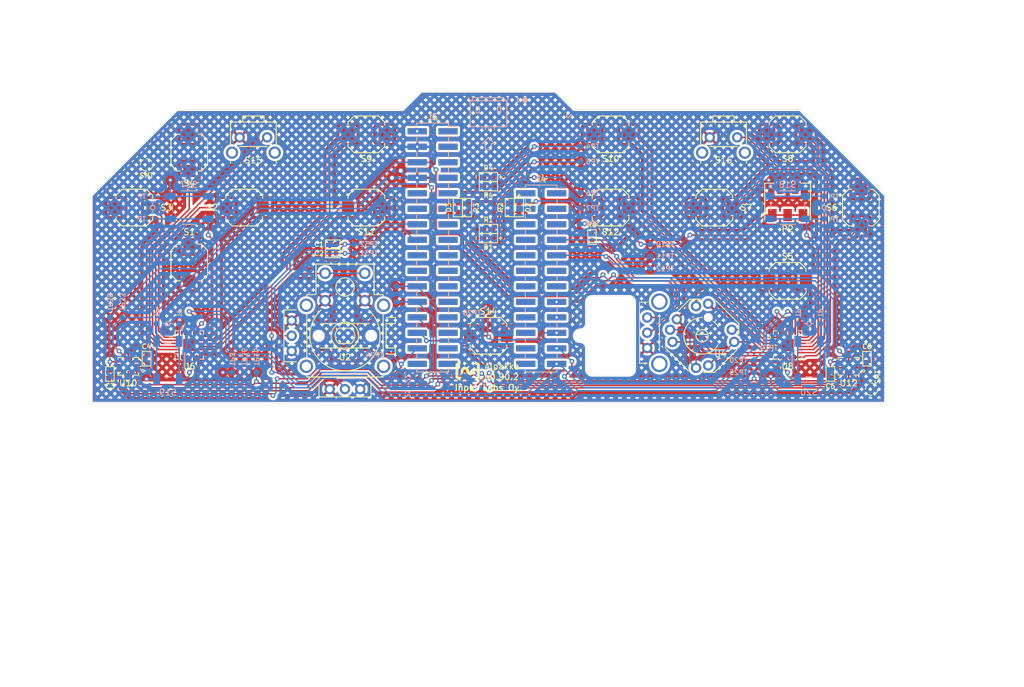
<source format=kicad_pcb>
(kicad_pcb (version 20240108) (generator "pcbnew") (generator_version "8.0")
  (title_block (title "Alpakka") (company "Input Labs Oy."))
  (layers (0 "F.Cu" signal) (31 "B.Cu" signal) (34 "B.Paste" user) (35 "F.Paste" user) (36 "B.SilkS" user "B.Silkscreen") (37 "F.SilkS" user "F.Silkscreen") (38 "B.Mask" user) (39 "F.Mask" user) (44 "Edge.Cuts" user))
  (net 0 "")
  (net 1 "GP20")
  (net 2 "GND")
  (net 3 "ADC0")
  (net 4 "ADC1")
  (net 5 "SPI_RX")
  (net 6 "SPI_CK")
  (net 7 "SPI_TX")
  (net 8 "Net-(D1-K)")
  (net 9 "GP2")
  (net 10 "GP3")
  (net 11 "GP4")
  (net 12 "GP5")
  (net 13 "GP8")
  (net 14 "GP9")
  (net 15 "GP7")
  (net 16 "GP6")
  (net 17 "A0")
  (net 18 "A1")
  (net 19 "A4")
  (net 20 "A3")
  (net 21 "B15")
  (net 22 "B10")
  (net 23 "B13")
  (net 24 "B11")
  (net 25 "A14")
  (net 26 "B0")
  (net 27 "A13")
  (net 28 "B1")
  (net 29 "A2")
  (net 30 "B12")
  (net 31 "A15")
  (net 32 "B14")
  (net 33 "A9")
  (net 34 "B7")
  (net 35 "I2C_SDA")
  (net 36 "I2C_SCL")
  (net 37 "A12")
  (net 38 "B6")
  (net 39 "B3")
  (net 40 "B2")
  (net 41 "B5")
  (net 42 "B4")
  (net 47 "Net-(D2-K)")
  (net 48 "Net-(D3-K)")
  (net 49 "Net-(D4-K)")
  (net 50 "CS1")
  (net 51 "CS0")
  (net 52 "GNDA")
  (net 53 "VCCA")
  (net 65 "VCC")
  (net 67 "/A10")
  (net 105 "RESET")
  (net 106 "ENABLE")
  (net 155 "OLED_BTN_A")
  (net 156 "OLED_BTN_B")
  (footprint "ILO_fp:Alpsalpine_SKPM" (layer "F.Cu") (at 149 42)
    (property "Reference" "S8")
    (property "Value" "y")
  )
  (footprint "ILO_fp:Alpsalpine_SKPM" (layer "F.Cu") (at 60 54 180)
    (property "Reference" "S2")
    (property "Value" "right")
  )
  (footprint "ILO_fp:0402" (layer "F.Cu") (at 116.9672 58.822 -90)
    (property "Reference" "R6")
    (property "Value" "R6" (hide yes))
  )
  (footprint "ILO_fp:Alpsalpine_SKPM" (layer "F.Cu") (at 42 54)
    (property "Reference" "S3")
    (property "Value" "left")
  )
  (footprint "ILO_fp:Alpsalpine_SKPM" (layer "F.Cu") (at 80 42 180)
    (property "Reference" "S9")
    (property "Value" "select_1")
  )
  (footprint "ILO_fp:Alpsalpine_SKPM" (layer "F.Cu") (at 80 54 180)
    (property "Reference" "S11")
    (property "Value" "select_2")
  )
  (footprint "ILO_fp:Alpsalpine_SKPM" (layer "F.Cu") (at 120 42)
    (property "Reference" "S10")
    (property "Value" "start_1")
  )
  (footprint "ILO_fp:Alpsalpine_SKPM" (layer "F.Cu") (at 149 66)
    (property "Reference" "S5")
    (property "Value" "a")
  )
  (footprint "ILO_fp:Alpsalpine_SKPM" (layer "F.Cu") (at 161 54 -90)
    (property "Reference" "S6")
    (property "Value" "b")
  )
  (footprint "ILO_fp:Alpsalpine_SKPM" (layer "F.Cu") (at 137 54)
    (property "Reference" "S7")
    (property "Value" "x")
  )
  (footprint "ILO_fp:Alpsalpine_SKPM" (layer "F.Cu") (at 51 63 90)
    (property "Reference" "S1")
    (property "Value" "down")
  )
  (footprint "ILO_fp:Alpsalpine_SKPM" (layer "F.Cu") (at 51 45 -90)
    (property "Reference" "S4")
    (property "Value" "up")
  )
  (footprint "ILO_fp:Alpsalpine_RKJXM1015004" (layer "F.Cu") (at 135 75)
    (property "Reference" "U4")
    (property "Value" "Alpsalpine_RKJXM")
  )
  (footprint "ILO_fp:Alpsalpine_SKPM" (layer "F.Cu") (at 100 75 180)
    (property "Reference" "S14")
    (property "Value" "home")
  )
  (footprint "ILO_fp:0402" (layer "F.Cu") (at 74.5 60)
    (property "Reference" "C1")
    (property "Value" "C" (hide yes))
  )
  (footprint "ILO_fp:HRO_BC-25-3P" (layer "F.Cu") (at 149 53 -90)
    (property "Reference" "P2")
    (property "Value" "Endpoint" (hide yes))
  )
  (footprint "ILO_fp:0603_d" (layer "F.Cu") (at 95 54 90)
    (property "Reference" "D3")
    (property "Value" "Diode" (hide yes))
  )
  (footprint "ILO_fp:0603_d" (layer "F.Cu") (at 100 49)
    (property "Reference" "D4")
    (property "Value" "Diode" (hide yes))
  )
  (footprint "ILO_fp:0603_d" (layer "F.Cu") (at 105 54 90)
    (property "Reference" "D2")
    (property "Value" "Diode" (hide yes))
  )
  (footprint "ILO_fp:Alpsalpine_RKJXV122400R" (layer "F.Cu") (at 76.5 75 180)
    (property "Reference" "U2")
    (property "Value" "Alpsalpine_RKJXV" (hide yes))
  )
  (footprint "ILO_fp:Alpsalpine_SKPM" (layer "F.Cu") (at 120 54)
    (property "Reference" "S12")
    (property "Value" "start_2")
  )
  (footprint "ILO_fp:Alpsalpine_SKHHL" (layer "F.Cu") (at 61.5 42.5 180)
    (property "Reference" "S15")
    (property "Value" "l1")
  )
  (footprint "ILO_fp:0402" (layer "F.Cu") (at 74.5 61.5)
    (property "Reference" "C2")
    (property "Value" "C" (hide yes))
  )
  (footprint "ILO_fp:LGA14" (layer "F.Cu") (at 159 80 180)
    (property "Reference" "U12")
    (property "Value" "ST_LSM6" (hide yes))
  )
  (footprint "ILO_fp:0402" (layer "F.Cu") (at 162 78.75 90)
    (property "Reference" "C6")
    (property "Value" "C" (hide yes))
  )
  (footprint "ILO_fp:0402" (layer "F.Cu") (at 156 81.25 90)
    (property "Reference" "C5")
    (property "Value" "C" (hide yes))
  )
  (footprint "ILO_fp:Alpsalpine_SKHHL" (layer "F.Cu") (at 138.5 42.5 180)
    (property "Reference" "S16")
    (property "Value" "r1")
  )
  (footprint "ILO_fp:0603" (layer "F.Cu") (at 100 57.5 180)
    (property "Reference" "R1")
    (property "Value" "R" (hide yes))
  )
  (footprint "ILO_fp:0603" (layer "F.Cu") (at 103.5 54 -90)
    (property "Reference" "R2")
    (property "Value" "R" (hide yes))
  )
  (footprint "ILO_fp:0603" (layer "F.Cu") (at 96.5 54 -90)
    (property "Reference" "R3")
    (property "Value" "R" (hide yes))
  )
  (footprint "ILO_fp:0603" (layer "F.Cu") (at 100 50.5 180)
    (property "Reference" "R4")
    (property "Value" "R" (hide yes))
  )
  (footprint "ILO_fp:0603_d" (layer "F.Cu") (at 100 59)
    (property "Reference" "D1")
    (property "Value" "Diode" (hide yes))
  )
  (footprint "ILO_fp:0402" (layer "F.Cu") (at 38 81.25 90)
    (property "Reference" "C3")
    (property "Value" "C" (hide yes))
  )
  (footprint "ILO_fp:0402" (layer "F.Cu") (at 44 78.75 90)
    (property "Reference" "C4")
    (property "Value" "C" (hide yes))
  )
  (footprint "ILO_fp:QFN24" (layer "F.Cu") (at 149 76.5)
    (property "Reference" "U8")
    (property "Value" "NXP_PCAL6416A" (hide yes))
  )
  (footprint "ILO_fp:QFN24" (layer "F.Cu") (at 51 76.5)
    (property "Reference" "U6")
    (property "Value" "NXP_PCAL6416A" (hide yes))
  )
  (footprint "Connector_PinHeader_2.54mm:PinHeader_2x12_P2.54mm_Vertical_SMD" (layer "F.Cu") (at 108.636 65.6292)
    (property "Reference" "J4")
    (property "Value" "Conn_02x12_Counter_Clockwise")
  )
  (footprint "LOGO" (layer "F.Cu") (at 96.6 80.75)
    (property "Reference" "G***" (hide yes))
    (property "Value" "LOGO" (hide yes))
  )
  (footprint "ILO_fp:LGA14" (layer "F.Cu") (at 41 80 180)
    (property "Reference" "U10")
    (property "Value" "ST_LSM6" (hide yes))
  )
  (footprint "ILO_fp:Alpsalpine_EC10E" (layer "F.Cu") (at 127 74.5 -90)
    (property "Reference" "U3" (hide yes))
    (property "Value" "Alpsalpine_EC10E" (hide yes))
  )
  (footprint "Connector_PinHeader_2.54mm:PinHeader_2x16_P2.54mm_Vertical_SMD" (layer "F.Cu") (at 90.856 60.5492)
    (property "Reference" "J5")
    (property "Value" "Conn_02x16_Counter_Clockwise")
  )
  (footprint "ILO_fp:Alpsalpine_SKQG" (layer "B.Cu") (at 51 54)
    (property "Reference" "S17")
    (property "Value" "l2" (hide yes))
  )
  (footprint "ILO_fp:Alpsalpine_SKQG" (layer "B.Cu") (at 152.5 79 -90)
    (property "Reference" "S20")
    (property "Value" "r4" (hide yes))
  )
  (footprint "ILO_fp:Alpsalpine_SKQG" (layer "B.Cu") (at 149 54)
    (property "Reference" "S18")
    (property "Value" "r2" (hide yes))
  )
  (footprint "ILO_fp:Alpsalpine_SKQG" (layer "B.Cu") (at 47.5 79 90)
    (property "Reference" "S19")
    (property "Value" "l4" (hide yes))
  )
  (footprint "ILO_fp:Pad_1mm" (layer "B.Cu") (at 49.35 73 180)
    (property "Reference" "TP204" (hide yes))
    (property "Value" "Endpoint" (hide yes))
  )
  (footprint "ILO_fp:Pad_1mm" (layer "B.Cu") (at 62 81 180)
    (property "Reference" "TP16")
    (property "Value" "Endpoint" (hide yes))
  )
  (footprint "ILO_fp:Pad_1mm" (layer "B.Cu") (at 126.5 60 180)
    (property "Reference" "TP10")
    (property "Value" "Endpoint" (hide yes))
  )
  (footprint "ILO_fp:Pad_1mm" (layer "B.Cu") (at 40 72 180)
    (property "Reference" "TP33")
    (property "Value" "Endpoint" (hide yes))
  )
  (footprint "ILO_fp:Pad_1mm" (layer "B.Cu") (at 38 72 180)
    (property "Reference" "TP35")
    (property "Value" "Endpoint" (hide yes))
  )
  (footprint "ILO_fp:Pad_1mm" (layer "B.Cu") (at 115 56.7 180)
    (property "Reference" "TP9")
    (property "Value" "Endpoint" (hide yes))
  )
  (footprint "ILO_fp:Pad_1mm" (layer "B.Cu") (at 45 55.85 180)
    (property "Reference" "TP202" (hide yes))
    (property "Value" "Endpoint" (hide yes))
  )
  (footprint "ILO_fp:Pad_1mm" (layer "B.Cu") (at 78 60 180)
    (property "Reference" "TP32")
    (property "Value" "Endpoint" (hide yes))
  )
  (footprint "ILO_fp:Pad_1mm" (layer "B.Cu") (at 99.8476 70.6584 180)
    (property "Reference" "TP26")
    (property "Value" "Endpoint" (hide yes))
  )
  (footprint "ILO_fp:Pad_1mm" (layer "B.Cu") (at 143.5 79 180)
    (property "Reference" "TP20")
    (property "Value" "Endpoint" (hide yes))
  )
  (footprint "Connector_PinHeader_2.54mm:PinHeader_2x16_P2.54mm_Vertical_SMD" (layer "B.Cu") (at 90.856 60.5492 180)
    (property "Reference" "J1")
    (property "Value" "Conn_02x16_Counter_Clockwise")
  )
  (footprint "ILO_fp:Pad_1mm" (layer "B.Cu") (at 84.9124 66.8992 180)
    (property "Reference" "TP14" (hide yes))
    (property "Value" "Endpoint" (hide yes))
  )
  (footprint "ILO_fp:Pad_1mm" (layer "B.Cu") (at 83.8964 78.4308 180)
    (property "Reference" "TP24")
    (property "Value" "Endpoint" (hide yes))
  )
  (footprint "ILO_fp:Pad_1mm" (layer "B.Cu") (at 126.5 64 180)
    (property "Reference" "TP12")
    (property "Value" "Endpoint" (hide yes))
  )
  (footprint "ILO_fp:Pad_1mm" (layer "B.Cu") (at 115 46.5 180)
    (property "Reference" "TP5")
    (property "Value" "Endpoint" (hide yes))
  )
  (footprint "ILO_fp:Pad_1mm" (layer "B.Cu") (at 154.35 73 180)
    (property "Reference" "TP103" (hide yes))
    (property "Value" "Endpoint" (hide yes))
  )
  (footprint "ILO_fp:Pad_1mm" (layer "B.Cu") (at 115 44 180)
    (property "Reference" "TP4")
    (property "Value" "Endpoint" (hide yes))
  )
  (footprint "ILO_fp:Pad_1mm" (layer "B.Cu") (at 115 51.6 180)
    (property "Reference" "TP6")
    (property "Value" "Endpoint" (hide yes))
  )
  (footprint "ILO_fp:Pad_1mm" (layer "B.Cu") (at 126.5 62 180)
    (property "Reference" "TP11")
    (property "Value" "Endpoint" (hide yes))
  )
  (footprint "ILO_fp:Pad_1mm" (layer "B.Cu") (at 115 54.1 180)
    (property "Reference" "TP7")
    (property "Value" "Endpoint" (hide yes))
  )
  (footprint "ILO_fp:Pad_1mm" (layer "B.Cu") (at 60 81 180)
    (property "Reference" "TP36")
    (property "Value" "Endpoint" (hide yes))
  )
  (footprint "ILO_fp:Pad_1mm" (layer "B.Cu") (at 84.9632 69.4392 180)
    (property "Reference" "TP15" (hide yes))
    (property "Value" "Endpoint" (hide yes))
  )
  (footprint "ILO_fp:Pad_1mm" (layer "B.Cu") (at 45.65 73 180)
    (property "Reference" "TP203" (hide yes))
    (property "Value" "Endpoint" (hide yes))
  )
  (footprint "Connector_PinHeader_2.54mm:PinHeader_2x12_P2.54mm_Vertical_SMD" (layer "B.Cu") (at 108.636 65.6292 180)
    (property "Reference" "J2")
    (property "Value" "Conn_02x12_Counter_Clockwise" (hide yes))
  )
  (footprint "ILO_fp:Pad_1mm" (layer "B.Cu") (at 155 55.85 180)
    (property "Reference" "TP102" (hide yes))
    (property "Value" "Endpoint" (hide yes))
  )
  (footprint "ILO_fp:Pad_1mm" (layer "B.Cu") (at 150.65 73 180)
    (property "Reference" "TP104" (hide yes))
    (property "Value" "Endpoint" (hide yes))
  )
  (footprint "ILO_fp:Pad_1mm" (layer "B.Cu") (at 155 52.15 180)
    (property "Reference" "TP101" (hide yes))
    (property "Value" "Endpoint" (hide yes))
  )
  (footprint "ILO_fp:Pad_1mm" (layer "B.Cu") (at 143.5 81 180)
    (property "Reference" "TP25")
    (property "Value" "Endpoint" (hide yes))
  )
  (footprint "NetTie:NetTie-2_SMD_Pad0.5mm" (layer "B.Cu") (at 88.3668 49.5764 -90)
    (property "Reference" "NT1" (hide yes))
    (property "Value" "NetTie_2" (hide yes))
  )
  (footprint "ILO_fp:Pad_1mm" (layer "B.Cu") (at 45 52.15 180)
    (property "Reference" "TP201" (hide yes))
    (property "Value" "Endpoint" (hide yes))
  )
  (footprint "ILO_fp:Pad_1mm" (layer "B.Cu") (at 58 81 180)
    (property "Reference" "TP3")
    (property "Value" "Endpoint" (hide yes))
  )
  (footprint "ILO_fp:Pad_1mm" (layer "B.Cu") (at 143.5 77 180)
    (property "Reference" "TP19")
    (property "Value" "Endpoint" (hide yes))
  )
  (footprint "ILO_fp:Pad_1mm" (layer "B.Cu") (at 78 61.5 180)
    (property "Reference" "TP31")
    (property "Value" "Endpoint" (hide yes))
  )
  (gr_circle (center 155 54) (end 155.25 54.25) (stroke (width 0.16)) (fill none) (layer "B.SilkS"))
  (gr_line (start 152.853553 73) (end 153.25 73) (stroke (width 0.16)) (layer "B.SilkS"))
  (gr_line (start 100.5 41.25) (end 100.5 41) (stroke (width 0.16)) (layer "B.SilkS"))
  (gr_line (start 99.5 44.5) (end 100.5 44.5) (stroke (width 0.16)) (layer "B.SilkS"))
  (gr_line (start 47.853553 73) (end 48.25 73) (stroke (width 0.16)) (layer "B.SilkS"))
  (gr_line (start 47.146447 73) (end 46.75 73) (stroke (width 0.16)) (layer "B.SilkS"))
  (gr_line (start 45 53.646447) (end 45 53.25) (stroke (width 0.16)) (layer "B.SilkS"))
  (gr_circle (center 152.5 73) (end 152.25 73.25) (stroke (width 0.16)) (fill none) (layer "B.SilkS"))
  (gr_line (start 100.5 44.5) (end 100.5 43.5) (stroke (width 0.16)) (layer "B.SilkS"))
  (gr_line (start 101 43.5) (end 100 42.5) (stroke (width 0.16)) (layer "B.SilkS"))
  (gr_line (start 155 54.353553) (end 155 54.75) (stroke (width 0.16)) (layer "B.SilkS"))
  (gr_circle (center 47.5 73) (end 47.25 73.25) (stroke (width 0.16)) (fill none) (layer "B.SilkS"))
  (gr_line (start 45 54.353553) (end 45 54.75) (stroke (width 0.16)) (layer "B.SilkS"))
  (gr_line (start 102.5 36) (end 102.75 36.5) (stroke (width 0.16)) (layer "B.SilkS"))
  (gr_line (start 97.5 36) (end 102.5 36) (stroke (width 0.16)) (layer "B.SilkS"))
  (gr_line (start 103 36.5) (end 103.25 36) (stroke (width 0.16)) (layer "B.SilkS"))
  (gr_rect (start 101.5 37.5) (end 102 38.5) (stroke (width 0.16)) (fill none) (layer "B.SilkS"))
  (gr_line (start 99.5 43.5) (end 99.5 44.5) (stroke (width 0.16)) (layer "B.SilkS"))
  (gr_line (start 100 41.25) (end 100 41) (stroke (width 0.16)) (layer "B.SilkS"))
  (gr_line (start 100 42.5) (end 99 43.5) (stroke (width 0.16)) (layer "B.SilkS"))
  (gr_line (start 99.5 41.25) (end 99.5 41) (stroke (width 0.16)) (layer "B.SilkS"))
  (gr_line (start 100.5 43.5) (end 101 43.5) (stroke (width 0.16)) (layer "B.SilkS"))
  (gr_line (start 155 53.646447) (end 155 53.25) (stroke (width 0.16)) (layer "B.SilkS"))
  (gr_circle (center 106 36.3728) (end 106.353553 36.3728) (stroke (width 0.16)) (fill solid) (layer "B.SilkS"))
  (gr_rect (start 97 36.5) (end 103 40.75) (stroke (width 0.16)) (fill none) (layer "B.SilkS"))
  (gr_line (start 152.146447 73) (end 151.75 73) (stroke (width 0.16)) (layer "B.SilkS"))
  (gr_line (start 101 41.25) (end 101 41) (stroke (width 0.16)) (layer "B.SilkS"))
  (gr_line (start 99 41.25) (end 99 41) (stroke (width 0.16)) (layer "B.SilkS"))
  (gr_line (start 97.25 36.5) (end 97.5 36) (stroke (width 0.16)) (layer "B.SilkS"))
  (gr_line (start 99 43.5) (end 99.5 43.5) (stroke (width 0.16)) (layer "B.SilkS"))
  (gr_rect (start 98 37.5) (end 98.5 38.5) (stroke (width 0.16)) (fill none) (layer "B.SilkS"))
  (gr_circle (center 45 54) (end 45.25 54.25) (stroke (width 0.16)) (fill none) (layer "B.SilkS"))
  (gr_line (start 97 36.5) (end 96.75 36) (stroke (width 0.16)) (layer "B.SilkS"))
  (gr_arc (start 162.75 82.75) (mid 163.221847 82.868345) (end 163.58205 83.1953) (stroke (width 0.153)) (layer "F.SilkS"))
  (gr_arc (start 44 46) (mid 44.471847 46.118345) (end 44.83205 46.4453) (stroke (width 0.153)) (layer "F.SilkS"))
  (gr_arc (start 43 47) (mid 43.118345 46.528153) (end 43.4453 46.16795) (stroke (width 0.153)) (layer "F.SilkS"))
  (gr_arc (start 163.75 83.75) (mid 163.631655 84.221847) (end 163.3047 84.58205) (stroke (width 0.153)) (layer "F.SilkS"))
  (gr_arc (start 44 48) (mid 43.528153 47.881655) (end 43.16795 47.5547) (stroke (width 0.153)) (layer "F.SilkS"))
  (gr_arc (start 45 47) (mid 44.881655 47.471847) (end 44.5547 47.83205) (stroke (width 0.153)) (layer "F.SilkS"))
  (gr_arc (start 161.75 83.75) (mid 161.868345 83.278153) (end 162.1953 82.91795) (stroke (width 0.153)) (layer "F.SilkS"))
  (gr_arc (start 162.75 84.75) (mid 162.278153 84.631655) (end 161.91795 84.3047) (stroke (width 0.153)) (layer "F.SilkS"))
  (gr_line (start 100 35) (end 89 35) (stroke (width 0.05)) (layer "Edge.Cuts"))
  (gr_line (start 89 35) (end 86 38) (stroke (width 0.05)) (layer "Edge.Cuts"))
  (gr_line (start 111 35) (end 114 38) (stroke (width 0.05)) (layer "Edge.Cuts"))
  (gr_line (start 100 35) (end 111 35) (stroke (width 0.05)) (layer "Edge.Cuts"))
  (gr_line (start 35 86) (end 165 86) (stroke (width 0.05)) (layer "Edge.Cuts"))
  (gr_line (start 114 38) (end 151 38) (stroke (width 0.05)) (layer "Edge.Cuts"))
  (gr_line (start 116 69.5) (end 116 73) (stroke (width 0.05)) (layer "Edge.Cuts"))
  (gr_arc (start 116 73) (mid 115.707107 73.707107) (end 115 74) (stroke (width 0.05)) (layer "Edge.Cuts"))
  (gr_line (start 151 38) (end 165 52) (stroke (width 0.05)) (layer "Edge.Cuts"))
  (gr_line (start 117 81.5) (end 123 81.5) (stroke (width 0.05)) (layer "Edge.Cuts"))
  (gr_arc (start 116 69.5) (mid 116.292893 68.792893) (end 117 68.5) (stroke (width 0.05)) (layer "Edge.Cuts"))
  (gr_arc (start 114 75) (mid 114.292893 74.292893) (end 115 74) (stroke (width 0.05)) (layer "Edge.Cuts"))
  (gr_line (start 124 69.5) (end 124 80.5) (stroke (width 0.05)) (layer "Edge.Cuts"))
  (gr_line (start 116 80.5) (end 116 77) (stroke (width 0.05)) (layer "Edge.Cuts"))
  (gr_line (start 117 68.5) (end 123 68.5) (stroke (width 0.05)) (layer "Edge.Cuts"))
  (gr_arc (start 123 68.5) (mid 123.707107 68.792893) (end 124 69.5) (stroke (width 0.05)) (layer "Edge.Cuts"))
  (gr_line (start 165 86) (end 165 52) (stroke (width 0.05)) (layer "Edge.Cuts"))
  (gr_arc (start 115 76) (mid 114.292893 75.707107) (end 114 75) (stroke (width 0.05)) (layer "Edge.Cuts"))
  (gr_line (start 49 38) (end 35 52) (stroke (width 0.05)) (layer "Edge.Cuts"))
  (gr_arc (start 117 81.5) (mid 116.292893 81.207107) (end 116 80.5) (stroke (width 0.05)) (layer "Edge.Cuts"))
  (gr_line (start 35 86) (end 35 52) (stroke (width 0.05)) (layer "Edge.Cuts"))
  (gr_line (start 86 38) (end 49 38) (stroke (width 0.05)) (layer "Edge.Cuts"))
  (gr_arc (start 124 80.5) (mid 123.707107 81.207107) (end 123 81.5) (stroke (width 0.05)) (layer "Edge.Cuts"))
  (gr_arc (start 115 76) (mid 115.707107 76.292893) (end 116 77) (stroke (width 0.05)) (layer "Edge.Cuts"))
  (gr_text "2" (at 113.25 39 90) (layer "B.SilkS") (effects (font (size 0.8 0.8) (thickness 0.153)) (justify mirror)))
  (gr_text "TP" (at 150.65 72 270) (layer "B.SilkS") (effects (font (size 0.8 0.8) (thickness 0.153)) (justify left mirror)))
  (gr_text "TP" (at 157.5 52.25 0) (layer "B.SilkS") (effects (font (size 0.8 0.8) (thickness 0.153)) (justify left mirror)))
  (gr_text "TP" (at 49.3 72 270) (layer "B.SilkS") (effects (font (size 0.8 0.8) (thickness 0.153)) (justify left mirror)))
  (gr_text "TP" (at 44 52.2 0) (layer "B.SilkS") (effects (font (size 0.8 0.8) (thickness 0.153)) (justify left mirror)))
  (gr_text "TP" (at 44 55.9 0) (layer "B.SilkS") (effects (font (size 0.8 0.8) (thickness 0.153)) (justify left mirror)))
  (gr_text "21\n" (at 86.75 84.5 270) (layer "B.SilkS") (effects (font (size 0.8 0.8) (thickness 0.153)) (justify mirror)))
  (gr_text "22\n" (at 86.75 82 270) (layer "B.SilkS") (effects (font (size 0.8 0.8) (thickness 0.153)) (justify mirror)))
  (gr_text "TP" (at 45.6 72 270) (layer "B.SilkS") (effects (font (size 0.8 0.8) (thickness 0.153)) (justify left mirror)))
  (gr_text "TP" (at 157.5 55.95 0) (layer "B.SilkS") (effects (font (size 0.8 0.8) (thickness 0.153)) (justify left mirror)))
  (gr_text "1" (at 104.7496 36.3728 0) (layer "B.SilkS") (effects (font (size 0.8 0.8) (thickness 0.153)) (justify mirror)))
  (gr_text "TP" (at 154.35 72 270) (layer "B.SilkS") (effects (font (size 0.8 0.8) (thickness 0.153)) (justify left mirror)))
  (gr_text "Input Labs Oy." (at 100 83.5 0) (layer "F.SilkS") (effects (font (size 1 1) (thickness 0.2))))
  (gr_text "Alpakka" (at 99.25 80 0) (layer "F.SilkS") (effects (font (size 1 1) (thickness 0.16)) (justify left)))
  (gr_text "b0.90.2" (at 99.2 81.75 0) (layer "F.SilkS") (effects (font (size 1 1) (thickness 0.16)) (justify left)))
  (gr_text "SMT" (at 163.75 81.75 90) (layer "F.SilkS") (effects (font (size 0.8 0.8) (thickness 0.153))))
  (gr_text "SMT" (at 44 48.75 0) (layer "F.SilkS") (effects (font (size 0.8 0.8) (thickness 0.153))))
  (segment (start 100.0508 75.1796) (end 99.8712 75) (width 0.25) (layer "F.Cu") (net 1))
  (segment (start 99.8712 75) (end 97 75) (width 0.25) (layer "F.Cu") (net 1))
  (via (at 111.161 74.5192) (size 0.8) (drill 0.4) (layers "F.Cu" "B.Cu") (net 1))
  (via (at 100.0508 75.1796) (size 0.8) (drill 0.4) (layers "F.Cu" "B.Cu") (net 1))
  (segment (start 99.8476 74.9764) (end 99.8476 70.6584) (width 0.25) (layer "B.Cu") (net 1))
  (segment (start 100.508 75.6368) (end 100.0508 75.1796) (width 0.25) (layer "B.Cu") (net 1))
  (segment (start 100.0508 75.1796) (end 99.8476 74.9764) (width 0.25) (layer "B.Cu") (net 1))
  (segment (start 107.9248 75.6368) (end 100.508 75.6368) (width 0.25) (layer "B.Cu") (net 1))
  (segment (start 111.161 74.5192) (end 109.0424 74.5192) (width 0.25) (layer "B.Cu") (net 1))
  (segment (start 109.0424 74.5192) (end 107.9248 75.6368) (width 0.25) (layer "B.Cu") (net 1))
  (segment (start 159 78.852) (end 159 77.5) (width 0.25) (layer "F.Cu") (net 2))
  (segment (start 41 77.5) (end 41 78.852) (width 0.25) (layer "F.Cu") (net 2))
  (segment (start 160.398 79.75) (end 160.398 80.25) (width 0.25) (layer "F.Cu") (net 2))
  (segment (start 44 79.25) (end 45 79.25) (width 0.25) (layer "F.Cu") (net 2))
  (segment (start 160.398 79.75) (end 161.25 79.75) (width 0.25) (layer "F.Cu") (net 2))
  (segment (start 42.398 80.25) (end 42.398 79.75) (width 0.25) (layer "F.Cu") (net 2))
  (segment (start 43 80.25) (end 43.25 80.25) (width 0.25) (layer "F.Cu") (net 2))
  (segment (start 160.398 80.25) (end 161.25 80.25) (width 0.25) (layer "F.Cu") (net 2))
  (segment (start 53 77.75) (end 56 77.75) (width 0.25) (layer "F.Cu") (net 2))
  (segment (start 42.398 80.25) (end 43 80.25) (width 0.25) (layer "F.Cu") (net 2))
  (via (at 44 82.1) (size 0.8) (drill 0.4) (layers "F.Cu" "B.Cu") (net 2))
  (via (at 56.5 81) (size 0.8) (drill 0.4) (layers "F.Cu" "B.Cu") (net 2))
  (via (at 145.9 49.5) (size 0.8) (drill 0.4) (layers "F.Cu" "B.Cu") (net 2))
  (via (at 85.6236 47.9508) (size 0.889) (drill 0.635) (layers "F.Cu" "B.Cu") (net 2))
  (via (at 47.9 49.5) (size 0.8) (drill 0.4) (layers "F.Cu" "B.Cu") (net 2))
  (via (at 146.25 81.6548) (size 0.8) (drill 0.4) (layers "F.Cu" "B.Cu") (net 2))
  (via (at 88.331 49.1192) (size 0.8) (drill 0.4) (layers "F.Cu" "B.Cu") (net 2))
  (via (at 84.201204 49.1192) (size 0.889) (drill 0.635) (layers "F.Cu" "B.Cu") (net 2))
  (segment (start 85.6236 48.1032) (end 85.6236 47.9508) (width 0.25) (layer "B.Cu") (net 2))
  (segment (start 47.9 52.15) (end 54.1 52.15) (width 0.25) (layer "B.Cu") (net 2))
  (segment (start 45.65 75.9) (end 45.65 82.1) (width 0.25) (layer "B.Cu") (net 2))
  (segment (start 154.35 75.9) (end 154.35 82.1) (width 0.25) (layer "B.Cu") (net 2))
  (segment (start 45.65 82.1) (end 44 82.1) (width 0.25) (layer "B.Cu") (net 2))
  (segment (start 146.25 82.75) (end 146.25 81.6548) (width 0.25) (layer "B.Cu") (net 2))
  (segment (start 45.65 75.9) (end 45.65 73.1) (width 0.25) (layer "B.Cu") (net 2))
  (segment (start 154.35 75.9) (end 154.35 73.1) (width 0.25) (layer "B.Cu") (net 2))
  (segment (start 152.1 52.15) (end 145.9 52.15) (width 0.25) (layer "B.Cu") (net 2))
  (segment (start 47.9 52.15) (end 45 52.15) (width 0.25) (layer "B.Cu") (net 2))
  (segment (start 152.1 52.15) (end 155 52.15) (width 0.25) (layer "B.Cu") (net 2))
  (segment (start 58 81) (end 56.5 81) (width 0.25) (layer "B.Cu") (net 2))
  (segment (start 86.792 49.1192) (end 85.6236 47.9508) (width 0.25) (layer "B.Cu") (net 2))
  (segment (start 154.35 82.1) (end 154.35 83.4) (width 0.25) (layer "B.Cu") (net 2))
  (segment (start 145.9 52.15) (end 145.9 49.5) (width 0.25) (layer "B.Cu") (net 2))
  (segment (start 147.5 84) (end 146.25 82.75) (width 0.25) (layer "B.Cu") (net 2))
  (segment (start 47.9 52.15) (end 47.9 49.5) (width 0.25) (layer "B.Cu") (net 2))
  (segment (start 154.35 83.4) (end 153.75 84) (width 0.25) (layer "B.Cu") (net 2))
  (segment (start 88.331 49.1192) (end 84.201204 49.1192) (width 0.25) (layer "B.Cu") (net 2))
  (segment (start 88.331 49.1192) (end 86.792 49.1192) (width 0.25) (layer "B.Cu") (net 2))
  (segment (start 153.75 84) (end 147.5 84) (width 0.25) (layer "B.Cu") (net 2))
  (segment (start 76.5 61.5) (end 75.999988 61.5) (width 0.25) (layer "F.Cu") (net 3))
  (segment (start 75.999988 61.5) (end 75 61.5) (width 0.25) (layer "F.Cu") (net 3))
  (via (at 76.5 61.5) (size 0.8) (drill 0.4) (layers "F.Cu" "B.Cu") (net 3))
  (segment (start 85.75 57.2) (end 87.78 59.23) (width 0.25) (layer "B.Cu") (net 3))
  (segment (start 82.8 57.2) (end 85.75 57.2) (width 0.25) (layer "B.Cu") (net 3))
  (segment (start 87.78 59.23) (end 88.7 59.23) (width 0.25) (layer "B.Cu") (net 3))
  (segment (start 65 73.5) (end 66.5 75) (width 0.25) (layer "B.Cu") (net 3))
  (segment (start 78 61.5) (end 78.5 61.5) (width 0.25) (layer "B.Cu") (net 3))
  (segment (start 66.5 75) (end 67.77 75) (width 0.25) (layer "B.Cu") (net 3))
  (segment (start 70.5 61.5) (end 65 67) (width 0.25) (layer "B.Cu") (net 3))
  (segment (start 76.5 61.5) (end 78 61.5) (width 0.25) (layer "B.Cu") (net 3))
  (segment (start 78.5 61.5) (end 82.8 57.2) (width 0.25) (layer "B.Cu") (net 3))
  (segment (start 65 67) (end 65 73.5) (width 0.25) (layer "B.Cu") (net 3))
  (segment (start 76.5 61.5) (end 70.5 61.5) (width 0.25) (layer "B.Cu") (net 3))
  (segment (start 75 60) (end 76.5 60) (width 0.25) (layer "F.Cu") (net 4))
  (segment (start 64.5 75) (end 64.5 81) (width 0.25) (layer "F.Cu") (net 4))
  (via (at 64.5 75) (size 0.8) (drill 0.4) (layers "F.Cu" "B.Cu") (net 4))
  (via (at 64.5 81) (size 0.8) (drill 0.4) (layers "F.Cu" "B.Cu") (net 4))
  (via (at 76.5 60) (size 0.8) (drill 0.4) (layers "F.Cu" "B.Cu") (net 4))
  (segment (start 78 60) (end 79.25 60) (width 0.25) (layer "B.Cu") (net 4))
  (segment (start 64.5 81) (end 65.75 81) (width 0.25) (layer "B.Cu") (net 4))
  (segment (start 82.56 56.69) (end 88.7 56.69) (width 0.25) (layer "B.Cu") (net 4))
  (segment (start 76.5 60) (end 75.5 61) (width 0.25) (layer "B.Cu") (net 4))
  (segment (start 79.25 60) (end 82.56 56.69) (width 0.25) (layer "B.Cu") (net 4))
  (segment (start 65.75 81) (end 68.25 83.5) (width 0.25) (layer "B.Cu") (net 4))
  (segment (start 64.5 66.75) (end 64.5 75) (width 0.25) (layer "B.Cu") (net 4))
  (segment (start 76.5 83.5) (end 76.5 83.73) (width 0.25) (layer "B.Cu") (net 4))
  (segment (start 68.25 83.5) (end 71.25 83.5) (width 0.25) (layer "B.Cu") (net 4))
  (segment (start 72.75 82) (end 75 82) (width 0.25) (layer "B.Cu") (net 4))
  (segment (start 71.25 83.5) (end 72.75 82) (width 0.25) (layer "B.Cu") (net 4))
  (segment (start 75.5 61) (end 70.25 61) (width 0.25) (layer "B.Cu") (net 4))
  (segment (start 75 82) (end 76.5 83.5) (width 0.25) (layer "B.Cu") (net 4))
  (segment (start 70.25 61) (end 64.5 66.75) (width 0.25) (layer "B.Cu") (net 4))
  (segment (start 76.5 60) (end 78 60) (width 0.25) (layer "B.Cu") (net 4))
  (segment (start 82.706 82.706) (end 88.7144 82.706) (width 0.25) (layer "F.Cu") (net 5))
  (segment (start 61.5 83) (end 43 83) (width 0.25) (layer "F.Cu") (net 5))
  (segment (start 43 83) (end 42.398 82.398) (width 0.25) (layer "F.Cu") (net 5))
  (segment (start 97.2568 81.5804) (end 97.714 81.1232) (width 0.25) (layer "F.Cu") (net 5))
  (segment (start 160.398 82.102) (end 158.970818 83.529182) (width 0.25) (layer "F.Cu") (net 5))
  (segment (start 88.7144 82.706) (end 89.84 81.5804) (width 0.25) (layer "F.Cu") (net 5))
  (segment (start 62.2626 82.7626) (end 70.2374 82.7626) (width 0.25) (layer "F.Cu") (net 5))
  (segment (start 42.398 82.398) (end 42.398 80.75) (width 0.25) (layer "F.Cu") (net 5))
  (segment (start 72.5 80.5) (end 80.5 80.5) (width 0.25) (layer "F.Cu") (net 5))
  (segment (start 89.84 81.5804) (end 97.2568 81.5804) (width 0.25) (layer "F.Cu") (net 5))
  (segment (start 158.970818 83.529182) (end 100.1524 83.529182) (width 0.25) (layer "F.Cu") (net 5))
  (segment (start 62 82.5) (end 61.5 83) (width 0.25) (layer "F.Cu") (net 5))
  (segment (start 70.2374 82.7626) (end 72.5 80.5) (width 0.25) (layer "F.Cu") (net 5))
  (segment (start 160.398 80.75) (end 160.398 82.102) (width 0.25) (layer "F.Cu") (net 5))
  (segment (start 80.5 80.5) (end 82.706 82.706) (width 0.25) (layer "F.Cu") (net 5))
  (segment (start 62 82.5) (end 62.2626 82.7626) (width 0.25) (layer "F.Cu") (net 5))
  (via (at 89.84 81.5804) (size 0.8) (drill 0.4) (layers "F.Cu" "B.Cu") (net 5))
  (via (at 62 82.5) (size 0.8) (drill 0.4) (layers "F.Cu" "B.Cu") (net 5))
  (via (at 97.714 81.1232) (size 0.8) (drill 0.4) (layers "F.Cu" "B.Cu") (net 5))
  (via (at 100.1524 83.529182) (size 0.8) (drill 0.4) (layers "F.Cu" "B.Cu") (net 5))
  (segment (start 62 82.5) (end 62 81) (width 0.25) (layer "B.Cu") (net 5))
  (segment (start 97.714 81.3264) (end 99.916782 83.529182) (width 0.25) (layer "B.Cu") (net 5))
  (segment (start 97.714 81.1232) (end 97.714 81.3264) (width 0.25) (layer "B.Cu") (net 5))
  (segment (start 90.5298 80.8906) (end 89.84 81.5804) (width 0.25) (layer "B.Cu") (net 5))
  (segment (start 88.331 71.9792) (end 90.5298 74.178) (width 0.25) (layer "B.Cu") (net 5))
  (segment (start 90.5298 74.178) (end 90.5298 80.8906) (width 0.25) (layer "B.Cu") (net 5))
  (segment (start 99.916782 83.529182) (end 100.1524 83.529182) (width 0.25) (layer "B.Cu") (net 5))
  (segment (start 70.5 84) (end 73 81.5) (width 0.25) (layer "F.Cu") (net 6))
  (segment (start 97.931819 83.270972) (end 97.844391 83.3584) (width 0.25) (layer "F.Cu") (net 6))
  (segment (start 100.12587 81.098932) (end 100.103859 81.098932) (width 0.25) (layer "F.Cu") (net 6))
  (segment (start 73 81.5) (end 80 81.5) (width 0.25) (layer "F.Cu") (net 6))
  (segment (start 80 81.5) (end 82.0616 83.5616) (width 0.25) (layer "F.Cu") (net 6))
  (segment (start 97.002798 82.5964) (end 97.764798 83.3584) (width 0.25) (layer "F.Cu") (net 6))
  (segment (start 91.06634 83.5616) (end 91.7196 82.90834) (width 0.25) (layer "F.Cu") (net 6))
  (segment (start 91.7196 82.90834) (end 92.03154 82.5964) (width 0.25) (layer "F.Cu") (net 6))
  (segment (start 159 81.148) (end 159 82) (width 0.25) (layer "F.Cu") (net 6))
  (segment (start 41 83) (end 42 84) (width 0.25) (layer "F.Cu") (net 6))
  (segment (start 158.2432 82.7568) (end 101.783738 82.7568) (width 0.25) (layer "F.Cu") (net 6))
  (segment (start 82.0616 83.5616) (end 91.06634 83.5616) (width 0.25) (layer "F.Cu") (net 6))
  (segment (start 100.103859 81.098932) (end 97.931819 83.270972) (width 0.25) (layer "F.Cu") (net 6))
  (segment (start 42 84) (end 70.5 84) (width 0.25) (layer "F.Cu") (net 6))
  (segment (start 101.783738 82.7568) (end 100.12587 81.098932) (width 0.25) (layer "F.Cu") (net 6))
  (segment (start 92.03154 82.5964) (end 97.002798 82.5964) (width 0.25) (layer "F.Cu") (net 6))
  (segment (start 159 82) (end 158.2432 82.7568) (width 0.25) (layer "F.Cu") (net 6))
  (segment (start 97.844391 83.3584) (end 97.764798 83.3584) (width 0.25) (layer "F.Cu") (net 6))
  (segment (start 41 81.148) (end 41 83) (width 0.25) (layer "F.Cu") (net 6))
  (via (at 97.764798 83.3584) (size 0.8) (drill 0.4) (layers "F.Cu" "B.Cu") (net 6))
  (via (at 100.12587 81.098932) (size 0.8) (drill 0.4) (layers "F.Cu" "B.Cu") (net 6))
  (via (at 91.7196 82.90834) (size 0.8) (drill 0.4) (layers "F.Cu" "B.Cu") (net 6))
  (segment (start 88.331 66.8992) (end 91.4148 69.983) (width 0.25) (layer "B.Cu") (net 6))
  (segment (start 91.4148 69.983) (end 91.4148 81.428) (width 0.25) (layer "B.Cu") (net 6))
  (segment (start 91.7196 81.7328) (end 91.7196 82.90834) (width 0.25) (layer "B.Cu") (net 6))
  (segment (start 91.4148 81.428) (end 91.7196 81.7328) (width 0.25) (layer "B.Cu") (net 6))
  (segment (start 88.331 66.8992) (end 84.9124 66.8992) (width 0.25) (layer "B.Cu") (net 6))
  (segment (start 80.25 81) (end 82.333 83.083) (width 0.25) (layer "F.Cu") (net 7))
  (segment (start 158.6162 83.1338) (end 101.045404 83.1338) (width 0.25) (layer "F.Cu") (net 7))
  (segment (start 82.333 83.083) (end 89.912199 83.083) (width 0.25) (layer "F.Cu") (net 7))
  (segment (start 42.5 83.5) (end 70.25 83.5) (width 0.25) (layer "F.Cu") (net 7))
  (segment (start 101.045404 83.1338) (end 100.1524 82.240796) (width 0.25) (layer "F.Cu") (net 7))
  (segment (start 98.018799 82.0376) (end 98.894064 81.162335) (width 0.25) (layer "F.Cu") (net 7))
  (segment (start 70.25 83.5) (end 72.75 81) (width 0.25) (layer "F.Cu") (net 7))
  (segment (start 159.5 81.148) (end 159.5 82.25) (width 0.25) (layer "F.Cu") (net 7))
  (segment (start 72.75 81) (end 80.25 81) (width 0.25) (layer "F.Cu") (net 7))
  (segment (start 159.5 82.25) (end 158.6162 83.1338) (width 0.25) (layer "F.Cu") (net 7))
  (segment (start 89.912199 83.083) (end 90.689799 82.3054) (width 0.25) (layer "F.Cu") (net 7))
  (segment (start 90.957599 82.0376) (end 98.018799 82.0376) (width 0.25) (layer "F.Cu") (net 7))
  (segment (start 90.689799 82.3054) (end 90.957599 82.0376) (width 0.25) (layer "F.Cu") (net 7))
  (segment (start 41.5 82.5) (end 42.5 83.5) (width 0.25) (layer "F.Cu") (net 7))
  (segment (start 41.5 81.148) (end 41.5 82.5) (width 0.25) (layer "F.Cu") (net 7))
  (via (at 90.689799 82.3054) (size 0.8) (drill 0.4) (layers "F.Cu" "B.Cu") (net 7))
  (via (at 100.1524 82.240796) (size 0.8) (drill 0.4) (layers "F.Cu" "B.Cu") (net 7))
  (via (at 98.894064 81.162335) (size 0.8) (drill 0.4) (layers "F.Cu" "B.Cu") (net 7))
  (segment (start 100.01278 82.281051) (end 100.112145 82.281051) (width 0.25) (layer "B.Cu") (net 7))
  (segment (start 90.955947 82.039252) (end 90.689799 82.3054) (width 0.25) (layer "B.Cu") (net 7))
  (segment (start 88.331 69.4392) (end 90.955947 72.064147) (width 0.25) (layer "B.Cu") (net 7))
  (segment (start 90.955947 72.064147) (end 90.955947 82.039252) (width 0.25) (layer "B.Cu") (net 7))
  (segment (start 98.894064 81.162335) (end 100.01278 82.281051) (width 0.25) (layer "B.Cu") (net 7))
  (segment (start 100.112145 82.281051) (end 100.1524 82.240796) (width 0.25) (layer "B.Cu") (net 7))
  (segment (start 88.331 69.4392) (end 84.9632 69.4392) (width 0.25) (layer "B.Cu") (net 7))
  (segment (start 99.25 59) (end 99.25 57.5) (width 0.25) (layer "F.Cu") (net 8))
  (segment (start 102.5 49) (end 100.75 49) (width 0.25) (layer "F.Cu") (net 9))
  (segment (start 107.5 44) (end 102.5 49) (width 0.25) (layer "F.Cu") (net 9))
  (via (at 107.5 44) (size 0.8) (drill 0.4) (layers "F.Cu" "B.Cu") (net 9))
  (segment (start 109.51 43.99) (end 111.3 43.99) (width 0.25) (layer "B.Cu") (net 9))
  (segment (start 109.5 44) (end 109.51 43.99) (width 0.25) (layer "B.Cu") (net 9))
  (segment (start 114.99 43.99) (end 115 44) (width 0.25) (layer "B.Cu") (net 9))
  (segment (start 107.5 44) (end 109.5 44) (width 0.25) (layer "B.Cu") (net 9))
  (segment (start 111.3 43.99) (end 114.99 43.99) (width 0.25) (layer "B.Cu") (net 9))
  (segment (start 95 52.75) (end 95 53.25) (width 0.25) (layer "F.Cu") (net 10))
  (segment (start 95.5 52.25) (end 95 52.75) (width 0.25) (layer "F.Cu") (net 10))
  (segment (start 101.5 52.25) (end 95.5 52.25) (width 0.25) (layer "F.Cu") (net 10))
  (segment (start 107.5 46.5) (end 107.25 46.5) (width 0.25) (layer "F.Cu") (net 10))
  (segment (start 107.25 46.5) (end 101.5 52.25) (width 0.25) (layer "F.Cu") (net 10))
  (via (at 107.5 46.5) (size 0.8) (drill 0.4) (layers "F.Cu" "B.Cu") (net 10))
  (segment (start 114.97 46.53) (end 115 46.5) (width 0.25) (layer "B.Cu") (net 10))
  (segment (start 107.5 46.5) (end 107.53 46.53) (width 0.25) (layer "B.Cu") (net 10))
  (segment (start 107.53 46.53) (end 111.3 46.53) (width 0.25) (layer "B.Cu") (net 10))
  (segment (start 111.3 46.53) (end 114.97 46.53) (width 0.25) (layer "B.Cu") (net 10))
  (segment (start 101.75 52.75) (end 101.75 58.5) (width 0.25) (layer "F.Cu") (net 11))
  (segment (start 101.25 59) (end 100.75 59) (width 0.25) (layer "F.Cu") (net 11))
  (segment (start 105.43 49.07) (end 101.75 52.75) (width 0.25) (layer "F.Cu") (net 11))
  (segment (start 107.5 49.07) (end 105.43 49.07) (width 0.25) (layer "F.Cu") (net 11))
  (segment (start 101.75 58.5) (end 101.25 59) (width 0.25) (layer "F.Cu") (net 11))
  (via (at 107.5 49.07) (size 0.8) (drill 0.4) (layers "F.Cu" "B.Cu") (net 11))
  (segment (start 111.3 49.07) (end 107.5 49.07) (width 0.25) (layer "B.Cu") (net 11))
  (segment (start 112.07 49.07) (end 114.6 51.6) (width 0.25) (layer "B.Cu") (net 11))
  (segment (start 111.3 49.07) (end 112.07 49.07) (width 0.25) (layer "B.Cu") (net 11))
  (segment (start 114.6 51.6) (end 115 51.6) (width 0.25) (layer "B.Cu") (net 11))
  (segment (start 107.7724 52.98) (end 107.5024 53.25) (width 0.25) (layer "F.Cu") (net 12))
  (segment (start 107.5024 53.25) (end 105 53.25) (width 0.25) (layer "F.Cu") (net 12))
  (via (at 107.7724 52.98) (size 0.8) (drill 0.4) (layers "F.Cu" "B.Cu") (net 12))
  (segment (start 107.7724 52.98) (end 107.8232 52.9292) (width 0.25) (layer "B.Cu") (net 12))
  (segment (start 113.4292 52.9292) (end 114.6 54.1) (width 0.25) (layer "B.Cu") (net 12))
  (segment (start 107.8232 52.9292) (end 113.4292 52.9292) (width 0.25) (layer "B.Cu") (net 12))
  (segment (start 114.6 54.1) (end 115 54.1) (width 0.25) (layer "B.Cu") (net 12))
  (segment (start 131.25 69.75) (end 131.25 67) (width 0.25) (layer "F.Cu") (net 13))
  (segment (start 131.25 67) (end 129.75 65.5) (width 0.25) (layer "F.Cu") (net 13))
  (segment (start 121 62.5) (end 121 62) (width 0.25) (layer "F.Cu") (net 13))
  (segment (start 129.75 65.5) (end 124 65.5) (width 0.25) (layer "F.Cu") (net 13))
  (segment (start 124 65.5) (end 121 62.5) (width 0.25) (layer "F.Cu") (net 13))
  (segment (start 126 74.75) (end 126.25 74.75) (width 0.25) (layer "F.Cu") (net 13))
  (segment (start 126.25 74.75) (end 131.25 69.75) (width 0.25) (layer "F.Cu") (net 13))
  (via (at 121 62) (size 0.8) (drill 0.4) (layers "F.Cu" "B.Cu") (net 13))
  (segment (start 121 62) (end 121.75 62.75) (width 0.25) (layer "B.Cu") (net 13))
  (segment (start 121.75 62.75) (end 125.75 62.75) (width 0.25) (layer "B.Cu") (net 13))
  (segment (start 121 62) (end 118.2792 59.2792) (width 0.25) (layer "B.Cu") (net 13))
  (segment (start 125.75 62.75) (end 126.5 62) (width 0.25) (layer "B.Cu") (net 13))
  (segment (start 118.2792 59.2792) (end 111.1639 59.2792) (width 0.25) (layer "B.Cu") (net 13))
  (segment (start 130.75 69.5) (end 128.25 72) (width 0.25) (layer "F.Cu") (net 14))
  (segment (start 119.75 62) (end 123.75 66) (width 0.25) (layer "F.Cu") (net 14))
  (segment (start 129.5 66) (end 130.75 67.25) (width 0.25) (layer "F.Cu") (net 14))
  (segment (start 128.25 72) (end 126 72) (width 0.25) (layer "F.Cu") (net 14))
  (segment (start 119.25 62) (end 119.75 62) (width 0.25) (layer "F.Cu") (net 14))
  (segment (start 130.75 67.25) (end 130.75 69.5) (width 0.25) (layer "F.Cu") (net 14))
  (segment (start 123.75 66) (end 129.5 66) (width 0.25) (layer "F.Cu") (net 14))
  (via (at 119.25 62) (size 0.8) (drill 0.4) (layers "F.Cu" "B.Cu") (net 14))
  (segment (start 120.5 63.25) (end 125.75 63.25) (width 0.25) (layer "B.Cu") (net 14))
  (segment (start 119.25 62) (end 120.5 63.25) (width 0.25) (layer "B.Cu") (net 14))
  (segment (start 119.25 62) (end 119.0692 61.8192) (width 0.25) (layer "B.Cu") (net 14))
  (segment (start 125.75 63.25) (end 126.5 64) (width 0.25) (layer "B.Cu") (net 14))
  (segment (start 119.0692 61.8192) (end 111.1639 61.8192) (width 0.25) (layer "B.Cu") (net 14))
  (segment (start 145.275 55.225) (end 151.5 55.225) (width 0.25) (layer "F.Cu") (net 15))
  (segment (start 142 58.5) (end 145.275 55.225) (width 0.25) (layer "F.Cu") (net 15))
  (segment (start 133 58.5) (end 142 58.5) (width 0.25) (layer "F.Cu") (net 15))
  (segment (start 125 60) (end 122.6806 57.6806) (width 0.25) (layer "F.Cu") (net 15))
  (segment (start 121.0392 59.322) (end 116.9672 59.322) (width 0.25) (layer "F.Cu") (net 15))
  (segment (start 122.6806 57.6806) (end 121.0392 59.322) (width 0.25) (layer "F.Cu") (net 15))
  (via (at 125 60) (size 0.8) (drill 0.4) (layers "F.Cu" "B.Cu") (net 15))
  (via (at 133 58.5) (size 0.8) (drill 0.4) (layers "F.Cu" "B.Cu") (net 15))
  (segment (start 125 60) (end 131.5 60) (width 0.25) (layer "B.Cu") (net 15))
  (segment (start 131.5 60) (end 133 58.5) (width 0.25) (layer "B.Cu") (net 15))
  (segment (start 116.9672 56.798) (end 116.764 56.5948) (width 0.25) (layer "F.Cu") (net 16))
  (segment (start 115.790786 56.5948) (end 115.748 56.637586) (width 0.25) (layer "F.Cu") (net 16))
  (segment (start 116.9672 58.322) (end 116.9672 56.798) (width 0.25) (layer "F.Cu") (net 16))
  (segment (start 116.764 56.5948) (end 115.790786 56.5948) (width 0.25) (layer "F.Cu") (net 16))
  (via (at 115.748 56.637586) (size 0.8) (drill 0.4) (layers "F.Cu" "B.Cu") (net 16))
  (segment (start 115 56.7) (end 115.062414 56.637586) (width 0.25) (layer "B.Cu") (net 16))
  (segment (start 115.062414 56.637586) (end 115.748 56.637586) (width 0.25) (layer "B.Cu") (net 16))
  (segment (start 47.5 60) (end 46 61.5) (width 0.25) (layer "F.Cu") (net 17))
  (segment (start 46 61.5) (end 46 74.25) (width 0.25) (layer "F.Cu") (net 17))
  (segment (start 47 75.25) (end 49 75.25) (width 0.25) (layer "F.Cu") (net 17))
  (segment (start 46 74.25) (end 47 75.25) (width 0.25) (layer "F.Cu") (net 17))
  (segment (start 51 60) (end 47.5 60) (width 0.25) (layer "F.Cu") (net 17))
  (segment (start 45.5 61.25) (end 52.75 54) (width 0.25) (layer "F.Cu") (net 18))
  (segment (start 46.75 75.75) (end 45.5 74.5) (width 0.25) (layer "F.Cu") (net 18))
  (segment (start 49 75.75) (end 46.75 75.75) (width 0.25) (layer "F.Cu") (net 18))
  (segment (start 52.75 54) (end 56.5 54) (width 0.25) (layer "F.Cu") (net 18))
  (segment (start 45.5 74.5) (end 45.5 61.25) (width 0.25) (layer "F.Cu") (net 18))
  (segment (start 46.5 58) (end 46.5 55.5) (width 0.25) (layer "F.Cu") (net 19))
  (segment (start 49 77.25) (end 46 77.25) (width 0.25) (layer "F.Cu") (net 19))
  (segment (start 46.5 55.5) (end 45 54) (width 0.25) (layer "F.Cu") (net 19))
  (segment (start 46 77.25) (end 44 75.25) (width 0.25) (layer "F.Cu") (net 19))
  (segment (start 44 60.5) (end 46.5 58) (width 0.25) (layer "F.Cu") (net 19))
  (segment (start 44 75.25) (end 44 60.5) (width 0.25) (layer "F.Cu") (net 19))
  (segment (start 51 54.25) (end 44.5 60.75) (width 0.25) (layer "F.Cu") (net 20))
  (segment (start 44.5 60.75) (end 44.5 75) (width 0.25) (layer "F.Cu") (net 20))
  (segment (start 44.5 75) (end 46.25 76.75) (width 0.25) (layer "F.Cu") (net 20))
  (segment (start 46.25 76.75) (end 49 76.75) (width 0.25) (layer "F.Cu") (net 20))
  (segment (start 51 48) (end 51 54.25) (width 0.25) (layer "F.Cu") (net 20))
  (segment (start 153.5 67.5) (end 153.5 74.75) (width 0.25) (layer "F.Cu") (net 21))
  (segment (start 152.5 75.75) (end 151 75.75) (width 0.25) (layer "F.Cu") (net 21))
  (segment (start 153.5 74.75) (end 152.5 75.75) (width 0.25) (layer "F.Cu") (net 21))
  (segment (start 152 66) (end 153.5 67.5) (width 0.25) (layer "F.Cu") (net 21))
  (segment (start 156 60) (end 157.5 58.5) (width 0.25) (layer "F.Cu") (net 22))
  (segment (start 152 78.25) (end 151.75 78.5) (width 0.25) (layer "F.Cu") (net 22))
  (segment (start 153.75 78.25) (end 156 76) (width 0.25) (layer "F.Cu") (net 22))
  (segment (start 157.5 58.5) (end 159.5 58.5) (width 0.25) (layer "F.Cu") (net 22))
  (segment (start 153.75 78.25) (end 152 78.25) (width 0.25) (layer "F.Cu") (net 22))
  (segment (start 159.5 58.5) (end 161 57) (width 0.25) (layer "F.Cu") (net 22))
  (segment (start 156 76) (end 156 60) (width 0.25) (layer "F.Cu") (net 22))
  (segment (start 150.25 78.5) (end 151.75 78.5) (width 0.25) (layer "F.Cu") (net 22))
  (segment (start 153 76.75) (end 151 76.75) (width 0.25) (layer "F.Cu") (net 23))
  (segment (start 140 54) (end 146.25 47.75) (width 0.25) (layer "F.Cu") (net 23))
  (segment (start 154.5 75.25) (end 153 76.75) (width 0.25) (layer "F.Cu") (net 23))
  (segment (start 146.25 47.75) (end 153.25 47.75) (width 0.25) (layer "F.Cu") (net 23))
  (segment (start 153.25 47.75) (end 154.5 49) (width 0.25) (layer "F.Cu") (net 23))
  (segment (start 154.5 49) (end 154.5 75.25) (width 0.25) (layer "F.Cu") (net 23))
  (segment (start 154 44) (end 154 47) (width 0.25) (layer "F.Cu") (net 24))
  (segment (start 154 47) (end 155.5 48.5) (width 0.25) (layer "F.Cu") (net 24))
  (segment (start 152 42) (end 154 44) (width 0.25) (layer "F.Cu") (net 24))
  (segment (start 155.5 75.75) (end 153.5 77.75) (width 0.25) (layer "F.Cu") (net 24))
  (segment (start 155.5 48.5) (end 155.5 75.75) (width 0.25) (layer "F.Cu") (net 24))
  (segment (start 153.5 77.75) (end 151 77.75) (width 0.25) (layer "F.Cu") (net 24))
  (segment (start 67 64.25) (end 55 76.25) (width 0.25) (layer "F.Cu") (net 25))
  (segment (start 74 45) (end 74 55) (width 0.25) (layer "F.Cu") (net 25))
  (segment (start 67 62) (end 67 64.25) (width 0.25) (layer "F.Cu") (net 25))
  (segment (start 55 76.25) (end 53 76.25) (width 0.25) (layer "F.Cu") (net 25))
  (segment (start 77 42) (end 74 45) (width 0.25) (layer "F.Cu") (net 25))
  (segment (start 74 55) (end 67 62) (width 0.25) (layer "F.Cu") (net 25))
  (segment (start 126 45) (end 126 55.75) (width 0.25) (layer "F.Cu") (net 26))
  (segment (start 145.5 75.25) (end 147 75.25) (width 0.25) (layer "F.Cu") (net 26))
  (segment (start 126 55.75) (end 145.5 75.25) (width 0.25) (layer "F.Cu") (net 26))
  (segment (start 123 42) (end 126 45) (width 0.25) (layer "F.Cu") (net 26))
  (segment (start 67.5 64.5) (end 55.25 76.75) (width 0.25) (layer "F.Cu") (net 27))
  (segment (start 55.25 76.75) (end 53 76.75) (width 0.25) (layer "F.Cu") (net 27))
  (segment (start 75.75 54) (end 67.5 62.25) (width 0.25) (layer "F.Cu") (net 27))
  (segment (start 67.5 62.25) (end 67.5 64.5) (width 0.25) (layer "F.Cu") (net 27))
  (segment (start 77 54) (end 75.75 54) (width 0.25) (layer "F.Cu") (net 27))
  (segment (start 123 54) (end 123.5 54) (width 0.25) (layer "F.Cu") (net 28))
  (segment (start 123.5 54) (end 145.25 75.75) (width 0.25) (layer "F.Cu") (net 28))
  (segment (start 145.25 75.75) (end 147 75.75) (width 0.25) (layer "F.Cu") (net 28))
  (segment (start 45 61) (end 45 74.75) (width 0.25) (layer "F.Cu") (net 29))
  (segment (start 45 74.75) (end 46.5 76.25) (width 0.25) (layer "F.Cu") (net 29))
  (segment (start 63.75 42.5) (end 63.5 42.5) (width 0.25) (layer "F.Cu") (net 29))
  (segment (start 46.5 76.25) (end 49 76.25) (width 0.25) (layer "F.Cu") (net 29))
  (segment (start 63.5 42.5) (end 45 61) (width 0.25) (layer "F.Cu") (net 29))
  (segment (start 153.5 47.25) (end 155 48.75) (width 0.25) (layer "F.Cu") (net 30))
  (segment (start 140.75 42.5) (end 142.5 42.5) (width 0.25) (layer "F.Cu") (net 30))
  (segment (start 153.25 77.25) (end 151 77.25) (width 0.25) (layer "F.Cu") (net 30))
  (segment (start 155 75.5) (end 153.25 77.25) (width 0.25) (layer "F.Cu") (net 30))
  (segment (start 147.25 47.25) (end 153.5 47.25) (width 0.25) (layer "F.Cu") (net 30))
  (segment (start 155 48.75) (end 155 75.5) (width 0.25) (layer "F.Cu") (net 30))
  (segment (start 142.5 42.5) (end 147.25 47.25) (width 0.25) (layer "F.Cu") (net 30))
  (segment (start 54.75 75.75) (end 53 75.75) (width 0.25) (layer "F.Cu") (net 31))
  (segment (start 55.5 59.9) (end 55.5 75) (width 0.25) (layer "F.Cu") (net 31))
  (segment (start 54.1 58.5) (end 55.5 59.9) (width 0.25) (layer "F.Cu") (net 31))
  (segment (start 55.5 75) (end 54.75 75.75) (width 0.25) (layer "F.Cu") (net 31))
  (via (at 54.1 58.5) (size 0.8) (drill 0.4) (layers "F.Cu" "B.Cu") (net 31))
  (segment (start 47.9 55.85) (end 54.1 55.85) (width 0.25) (layer "B.Cu") (net 31))
  (segment (start 54.1 55.85) (end 54.1 58.5) (width 0.25) (layer "B.Cu") (net 31))
  (segment (start 47.9 55.85) (end 45 55.85) (width 0.25) (layer "B.Cu") (net 31))
  (segment (start 154 60.4) (end 154 75) (width 0.25) (layer "F.Cu") (net 32))
  (segment (start 152.1 58.5) (end 154 60.4) (width 0.25) (layer "F.Cu") (net 32))
  (segment (start 152.75 76.25) (end 151 76.25) (width 0.25) (layer "F.Cu") (net 32))
  (segment (start 154 75) (end 152.75 76.25) (width 0.25) (layer "F.Cu") (net 32))
  (via (at 152.1 58.5) (size 0.8) (drill 0.4) (layers "F.Cu" "B.Cu") (net 32))
  (segment (start 152.1 55.85) (end 152.1 58.5) (width 0.25) (layer "B.Cu") (net 32))
  (segment (start 152.1 55.85) (end 155 55.85) (width 0.25) (layer "B.Cu") (net 32))
  (segment (start 145.9 55.85) (end 152.1 55.85) (width 0.25) (layer "B.Cu") (net 32))
  (segment (start 51 81) (end 51.75 80.25) (width 0.25) (layer "F.Cu") (net 33))
  (segment (start 51.75 80.25) (end 51.75 78.5) (width 0.25) (layer "F.Cu") (net 33))
  (via (at 51 81) (size 0.8) (drill 0.4) (layers "F.Cu" "B.Cu") (net 33))
  (segment (start 51 81.5) (end 50.4 82.1) (width 0.25) (layer "B.Cu") (net 33))
  (segment (start 49.35 75.9) (end 49.35 82.1) (width 0.25) (layer "B.Cu") (net 33))
  (segment (start 50.4 82.1) (end 49.35 82.1) (width 0.25) (layer "B.Cu") (net 33))
  (segment (start 51 81) (end 51 81.5) (width 0.25) (layer "B.Cu") (net 33))
  (segment (start 49.35 75.9) (end 49.35 73.1) (width 0.25) (layer "B.Cu") (net 33))
  (segment (start 148.25 80.25) (end 148.25 78.5) (width 0.25) (layer "F.Cu") (net 34))
  (segment (start 149 81) (end 148.25 80.25) (width 0.25) (layer "F.Cu") (net 34))
  (via (at 149 81) (size 0.8) (drill 0.4) (layers "F.Cu" "B.Cu") (net 34))
  (segment (start 150.65 75.9) (end 150.65 73.1) (width 0.25) (layer "B.Cu") (net 34))
  (segment (start 150.65 75.9) (end 150.65 82.1) (width 0.25) (layer "B.Cu") (net 34))
  (segment (start 149 81) (end 149 81.5) (width 0.25) (layer "B.Cu") (net 34))
  (segment (start 149.6 82.1) (end 150.65 82.1) (width 0.25) (layer "B.Cu") (net 34))
  (segment (start 149 81.5) (end 149.6 82.1) (width 0.25) (layer "B.Cu") (net 34))
  (segment (start 51 71) (end 51.75 71.75) (width 0.25) (layer "F.Cu") (net 35))
  (segment (start 148.25 72) (end 149.25 72) (width 0.25) (layer "F.Cu") (net 35))
  (segment (start 149.25 72) (end 149.75 72.5) (width 0.25) (layer "F.Cu") (net 35))
  (segment (start 149.75 72.5) (end 149.75 74.5) (width 0.25) (layer "F.Cu") (net 35))
  (segment (start 51.75 71.75) (end 51.75 74.5) (width 0.25) (layer "F.Cu") (net 35))
  (segment (start 147.25 71) (end 148.25 72) (width 0.25) (layer "F.Cu") (net 35))
  (via (at 111.161 79.5992) (size 0.8) (drill 0.4) (layers "F.Cu" "B.Cu") (net 35))
  (via (at 51 71) (size 0.8) (drill 0.4) (layers "F.Cu" "B.Cu") (net 35))
  (via (at 147.25 71) (size 0.8) (drill 0.4) (layers "F.Cu" "B.Cu") (net 35))
  (segment (start 57.5 77) (end 57.5 72.25) (width 0.25) (layer "B.Cu") (net 35))
  (segment (start 145.123 76.627) (end 144.75 77) (width 0.25) (layer "B.Cu") (net 35))
  (segment (start 111.161 79.5992) (end 111.5824 79.5992) (width 0.25) (layer "B.Cu") (net 35))
  (segment (start 144.75 77) (end 143.5 77) (width 0.25) (layer "B.Cu") (net 35))
  (segment (start 147.25 71) (end 147.25 72.216842) (width 0.25) (layer "B.Cu") (net 35))
  (segment (start 57.5 72.25) (end 56.25 71) (width 0.25) (layer "B.Cu") (net 35))
  (segment (start 111.5824 79.5992) (end 115.4832 83.5) (width 0.25) (layer "B.Cu") (net 35))
  (segment (start 56.25 71) (end 51 71) (width 0.25) (layer "B.Cu") (net 35))
  (segment (start 145.123 74.343842) (end 145.123 76.627) (width 0.25) (layer "B.Cu") (net 35))
  (segment (start 137 83.5) (end 143.5 77) (width 0.25) (layer "B.Cu") (net 35))
  (segment (start 83.6752 84.4252) (end 80.25 81) (width 0.25) (layer "B.Cu") (net 35))
  (segment (start 115.4832 83.5) (end 137 83.5) (width 0.25) (layer "B.Cu") (net 35))
  (segment (start 58.5 78) (end 57.5 77) (width 0.25) (layer "B.Cu") (net 35))
  (segment (start 147.25 72.216842) (end 145.123 74.343842) (width 0.25) (layer "B.Cu") (net 35))
  (segment (start 72.25 81) (end 70.75 82.5) (width 0.25) (layer "B.Cu") (net 35))
  (segment (start 68.75 82.5) (end 64.25 78) (width 0.25) (layer "B.Cu") (net 35))
  (segment (start 64.25 78) (end 58.5 78) (width 0.25) (layer "B.Cu") (net 35))
  (segment (start 106.335 84.4252) (end 83.6752 84.4252) (width 0.25) (layer "B.Cu") (net 35))
  (segment (start 70.75 82.5) (end 68.75 82.5) (width 0.25) (layer "B.Cu") (net 35))
  (segment (start 80.25 81) (end 72.25 81) (width 0.25) (layer "B.Cu") (net 35))
  (segment (start 111.161 79.5992) (end 106.335 84.4252) (width 0.25) (layer "B.Cu") (net 35))
  (segment (start 113.6652 79.1928) (end 113.6652 80.4356) (width 0.25) (layer "F.Cu") (net 36))
  (segment (start 149.25 71) (end 150.25 72) (width 0.25) (layer "F.Cu") (net 36))
  (segment (start 149 71) (end 149.25 71) (width 0.25) (layer "F.Cu") (net 36))
  (segment (start 113.6652 80.4356) (end 112.446 81.6548) (width 0.25) (layer "F.Cu") (net 36))
  (segment (start 150.25 72) (end 150.25 74.5) (width 0.25) (layer "F.Cu") (net 36))
  (segment (start 52.25 73.75) (end 52.25 74.5) (width 0.25) (layer "F.Cu") (net 36))
  (segment (start 53 73) (end 52.25 73.75) (width 0.25) (layer "F.Cu") (net 36))
  (via (at 149 71) (size 0.8) (drill 0.4) (layers "F.Cu" "B.Cu") (net 36))
  (via (at 113.6652 79.1928) (size 0.8) (drill 0.4) (layers "F.Cu" "B.Cu") (net 36))
  (via (at 112.446 81.6548) (size 0.8) (drill 0.4) (layers "F.Cu" "B.Cu") (net 36))
  (via (at 111.161 77.0592) (size 0.8) (drill 0.4) (layers "F.Cu" "B.Cu") (net 36))
  (via (at 53 73) (size 0.8) (drill 0.4) (layers "F.Cu" "B.Cu") (net 36))
  (segment (start 83.205575 84.902775) (end 113.759625 84.902775) (width 0.25) (layer "B.Cu") (net 36))
  (segment (start 58.25 78.5) (end 64 78.5) (width 0.25) (layer "B.Cu") (net 36))
  (segment (start 79.8028 81.5) (end 83.205575 84.902775) (width 0.25) (layer "B.Cu") (net 36))
  (segment (start 112.446 81.7836) (end 112.446 81.6548) (width 0.25) (layer "B.Cu") (net 36))
  (segment (start 71 83) (end 72.5 81.5) (width 0.25) (layer "B.Cu") (net 36))
  (segment (start 145.5 74.5) (end 145.5 77) (width 0.25) (layer "B.Cu") (net 36))
  (segment (start 64 78.5) (end 68.5 83) (width 0.25) (layer "B.Cu") (net 36))
  (segment (start 54.5 71.5) (end 56 71.5) (width 0.25) (layer "B.Cu") (net 36))
  (segment (start 149 71) (end 145.5 74.5) (width 0.25) (layer "B.Cu") (net 36))
  (segment (start 137.25 84) (end 142.25 79) (width 0.25) (layer "B.Cu") (net 36))
  (segment (start 114.6624 84) (end 137.25 84) (width 0.25) (layer "B.Cu") (net 36))
  (segment (start 53 73) (end 54.5 71.5) (width 0.25) (layer "B.Cu") (net 36))
  (segment (start 68.5 83) (end 71 83) (width 0.25) (layer "B.Cu") (net 36))
  (segment (start 72.5 81.5) (end 79.8028 81.5) (width 0.25) (layer "B.Cu") (net 36))
  (segment (start 145.5 77) (end 143.5 79) (width 0.25) (layer "B.Cu") (net 36))
  (segment (start 114.6624 84) (end 112.446 81.7836) (width 0.25) (layer "B.Cu") (net 36))
  (segment (start 57 77.25) (end 58.25 78.5) (width 0.25) (layer "B.Cu") (net 36))
  (segment (start 114.6624 84) (end 114.7828 84) (width 0.25) (layer "B.Cu") (net 36))
  (segment (start 111.161 77.0592) (end 111.5316 77.0592) (width 0.25) (layer "B.Cu") (net 36))
  (segment (start 57 72.5) (end 57 77.25) (width 0.25) (layer "B.Cu") (net 36))
  (segment (start 113.759625 84.902775) (end 114.6624 84) (width 0.25) (layer "B.Cu") (net 36))
  (segment (start 56 71.5) (end 57 72.5) (width 0.25) (layer "B.Cu") (net 36))
  (segment (start 142.25 79) (end 143.5 79) (width 0.25) (layer "B.Cu") (net 36))
  (segment (start 111.5316 77.0592) (end 113.6652 79.1928) (width 0.25) (layer "B.Cu") (net 36))
  (segment (start 73.2 64.8) (end 67.95 64.8) (width 0.25) (layer "F.Cu") (net 37))
  (segment (start 67.95 64.8) (end 55.5 77.25) (width 0.25) (layer "F.Cu") (net 37))
  (segment (start 73.25 64.75) (end 73.2 64.8) (width 0.25) (layer "F.Cu") (net 37))
  (segment (start 55.5 77.25) (end 53 77.25) (width 0.25) (layer "F.Cu") (net 37))
  (segment (start 73.25 64.75) (end 79.75 64.75) (width 0.25) (layer "B.Cu") (net 37))
  (segment (start 136 79.85) (end 137.6 78.25) (width 0.25) (layer "F.Cu") (net 38))
  (segment (start 146 78.25) (end 146.25 78.5) (width 0.25) (layer "F.Cu") (net 38))
  (segment (start 137.6 78.25) (end 146 78.25) (width 0.25) (layer "F.Cu") (net 38))
  (segment (start 146.25 78.5) (end 147.75 78.5) (width 0.25) (layer "F.Cu") (net 38))
  (segment (start 142 74) (end 144.75 76.75) (width 0.25) (layer "F.Cu") (net 39))
  (segment (start 139.85 74) (end 142 74) (width 0.25) (layer "F.Cu") (net 39))
  (segment (start 144.75 76.75) (end 147 76.75) (width 0.25) (layer "F.Cu") (net 39))
  (segment (start 134 70.15) (end 134 69.25) (width 0.25) (layer "F.Cu") (net 40))
  (segment (start 135.25 68) (end 136.75 68) (width 0.25) (layer "F.Cu") (net 40))
  (segment (start 134 69.25) (end 135.25 68) (width 0.25) (layer "F.Cu") (net 40))
  (segment (start 145 76.25) (end 147 76.25) (width 0.25) (layer "F.Cu") (net 40))
  (segment (start 136.75 68) (end 145 76.25) (width 0.25) (layer "F.Cu") (net 40))
  (segment (start 130.15 76) (end 134.875 76) (width 0.25) (layer "F.Cu") (net 41))
  (segment (start 136.625 77.75) (end 147 77.75) (width 0.25) (layer "F.Cu") (net 41))
  (segment (start 134.875 76) (end 136.625 77.75) (width 0.25) (layer "F.Cu") (net 41))
  (segment (start 143.25 76) (end 144.5 77.25) (width 0.25) (layer "F.Cu") (net 42))
  (segment (start 144.5 77.25) (end 147 77.25) (width 0.25) (layer "F.Cu") (net 42))
  (segment (start 140.255 76) (end 143.25 76) (width 0.25) (layer "F.Cu") (net 42))
  (segment (start 134 78.75) (end 135.25 77.5) (width 0.25) (layer "B.Cu") (net 42))
  (segment (start 131.75 74) (end 133 75.25) (width 0.25) (layer "B.Cu") (net 42))
  (segment (start 133 75.25) (end 133 79.255) (width 0.25) (layer "B.Cu") (net 42))
  (segment (start 138.755 77.5) (end 140.255 76) (width 0.25) (layer "B.Cu") (net 42))
  (segment (start 134 80.255) (end 134 78.75) (width 0.25) (layer "B.Cu") (net 42))
  (segment (start 135.25 77.5) (end 138.755 77.5) (width 0.25) (layer "B.Cu") (net 42))
  (segment (start 129.745 74) (end 131.75 74) (width 0.25) (layer "B.Cu") (net 42))
  (segment (start 133 79.255) (end 134 80.255) (width 0.25) (layer "B.Cu") (net 42))
  (segment (start 105 54.75) (end 103.5 54.75) (width 0.25) (layer "F.Cu") (net 47))
  (segment (start 95 54.75) (end 96.5 54.75) (width 0.25) (layer "F.Cu") (net 48))
  (segment (start 99.25 50.5) (end 99.25 49) (width 0.25) (layer "F.Cu") (net 49))
  (segment (start 158.5 81.3805) (end 157.5007 82.3798) (width 0.25) (layer "F.Cu") (net 50))
  (segment (start 95.003108 75.802708) (end 95.8532 76.6528) (width 0.25) (layer "F.Cu") (net 50))
  (segment (start 89.8556 75.802708) (end 95.003108 75.802708) (width 0.25) (layer "F.Cu") (net 50))
  (segment (start 157.5007 82.3798) (end 143.848 82.3798) (width 0.25) (layer "F.Cu") (net 50))
  (segment (start 158.5 81.148) (end 158.5 81.3805) (width 0.25) (layer "F.Cu") (net 50))
  (segment (start 102.6282 82.3798) (end 143.152 82.3798) (width 0.25) (layer "F.Cu") (net 50))
  (segment (start 95.8532 76.6528) (end 96.9012 76.6528) (width 0.25) (layer "F.Cu") (net 50))
  (segment (start 143.152 82.3798) (end 143.5 82.0318) (width 0.25) (layer "F.Cu") (net 50))
  (segment (start 96.9012 76.6528) (end 102.6282 82.3798) (width 0.25) (layer "F.Cu") (net 50))
  (segment (start 143.848 82.3798) (end 143.5 82.0318) (width 0.25) (layer "F.Cu") (net 50))
  (via (at 89.8556 75.802708) (size 0.8) (drill 0.4) (layers "F.Cu" "B.Cu") (net 50))
  (via (at 143.5 82.0318) (size 0.8) (drill 0.4) (layers "F.Cu" "B.Cu") (net 50))
  (segment (start 89.8556 75.6256) (end 89.8556 75.802708) (width 0.25) (layer "B.Cu") (net 50))
  (segment (start 88.7 74.47) (end 89.8556 75.6256) (width 0.25) (layer "B.Cu") (net 50))
  (segment (start 143.5 81) (end 143.5 82.0318) (width 0.25) (layer "B.Cu") (net 50))
  (segment (start 85.7252 80.1072) (end 85.7252 79.65) (width 0.25) (layer "F.Cu") (net 51))
  (segment (start 64.4132 84.5) (end 64.694 84.7808) (width 0.25) (layer "F.Cu") (net 51))
  (segment (start 80.5944 79.8532) (end 82.8804 82.1392) (width 0.25) (layer "F.Cu") (net 51))
  (segment (start 70.282 82.0376) (end 72.4664 79.8532) (width 0.25) (layer "F.Cu") (net 51))
  (segment (start 40.5 83.5) (end 41.5 84.5) (width 0.25) (layer "F.Cu") (net 51))
  (segment (start 41.5 84.5) (end 64.4132 84.5) (width 0.25) (layer "F.Cu") (net 51))
  (segment (start 72.4664 79.8532) (end 80.5944 79.8532) (width 0.25) (layer "F.Cu") (net 51))
  (segment (start 40.5 81.148) (end 40.5 83.5) (width 0.25) (layer "F.Cu") (net 51))
  (segment (start 65.4052 82.0376) (end 70.282 82.0376) (width 0.25) (layer "F.Cu") (net 51))
  (segment (start 83.6932 82.1392) (end 85.7252 80.1072) (width 0.25) (layer "F.Cu") (net 51))
  (segment (start 82.8804 82.1392) (end 83.6932 82.1392) (width 0.25) (layer "F.Cu") (net 51))
  (via (at 65.4052 82.0376) (size 0.8) (drill 0.4) (layers "F.Cu" "B.Cu") (net 51))
  (via (at 64.694 84.7808) (size 0.8) (drill 0.4) (layers "F.Cu" "B.Cu") (net 51))
  (via (at 85.7252 79.65) (size 0.8) (drill 0.4) (layers "F.Cu" "B.Cu") (net 51))
  (segment (start 64.694 84.7808) (end 65.202 84.2728) (width 0.25) (layer "B.Cu") (net 51))
  (segment (start 83.8964 78.4308) (end 84.506 78.4308) (width 0.25) (layer "B.Cu") (net 51))
  (segment (start 65.202 82.0376) (end 65.4052 82.0376) (width 0.25) (layer "B.Cu") (net 51))
  (segment (start 88.316 77.0592) (end 88.331 77.0592) (width 0.25) (layer "B.Cu") (net 51))
  (segment (start 85.7252 79.65) (end 88.316 77.0592) (width 0.25) (layer "B.Cu") (net 51))
  (segment (start 65.202 84.2728) (end 65.202 82.0376) (width 0.25) (layer "B.Cu") (net 51))
  (segment (start 84.506 78.4308) (end 85.7252 79.65) (width 0.25) (layer "B.Cu") (net 51))
  (segment (start 95.8852 60.1352) (end 95.8852 59.2044) (width 0.25) (layer "F.Cu") (net 52))
  (segment (start 120.5 65) (end 119.5 66) (width 0.25) (layer "F.Cu") (net 52))
  (segment (start 104.3256 68.5756) (end 95.8852 60.1352) (width 0.25) (layer "F.Cu") (net 52))
  (segment (start 95.8852 59.2044) (end 95.0964 58.4156) (width 0.25) (layer "F.Cu") (net 52))
  (segment (start 114.7828 68.5756) (end 104.3256 68.5756) (width 0.25) (layer "F.Cu") (net 52))
  (segment (start 158.5 78.852) (end 158.5 78.5) (width 0.25) (layer "F.Cu") (net 52))
  (segment (start 91.2624 58.4156) (end 90.6898 57.843) (width 0.25) (layer "F.Cu") (net 52))
  (segment (start 90.6898 57.843) (end 90.6898 50.710928) (width 0.25) (layer "F.Cu") (net 52))
  (segment (start 40.5 78.5) (end 40.5 78.852) (width 0.25) (layer "F.Cu") (net 52))
  (segment (start 158.5 78.5) (end 157.5 77.5) (width 0.25) (layer "F.Cu") (net 52))
  (segment (start 117.3584 66) (end 114.7828 68.5756) (width 0.25) (layer "F.Cu") (net 52))
  (segment (start 119.5 66) (end 117.3584 66) (width 0.25) (layer "F.Cu") (net 52))
  (segment (start 39.5 77.5) (end 40.5 78.5) (width 0.25) (layer "F.Cu") (net 52))
  (segment (start 95.0964 58.4156) (end 91.2624 58.4156) (width 0.25) (layer "F.Cu") (net 52))
  (via (at 39.5 77.5) (size 0.8) (drill 0.4) (layers "F.Cu" "B.Cu") (net 52))
  (via (at 120.5 65) (size 0.8) (drill 0.4) (layers "F.Cu" "B.Cu") (net 52))
  (via (at 157.5 77.5) (size 0.8) (drill 0.4) (layers "F.Cu" "B.Cu") (net 52))
  (via (at 90.6898 50.710928) (size 0.8) (drill 0.4) (layers "F.Cu" "B.Cu") (net 52))
  (segment (start 39.5 77.5) (end 38.5 76.5) (width 0.25) (layer "B.Cu") (net 52))
  (segment (start 40 72) (end 44.75 72) (width 0.25) (layer "B.Cu") (net 52))
  (segment (start 79.4752 54.15) (end 83.506 50.1192) (width 0.25) (layer "B.Cu") (net 52))
  (segment (start 121 65.5) (end 153.75 65.5) (width 0.25) (layer "B.Cu") (net 52))
  (segment (start 44.75 72) (end 62.6 54.15) (width 0.25) (layer "B.Cu") (net 52))
  (segment (start 38.5 73.5) (end 40 72) (width 0.25) (layer "B.Cu") (net 52))
  (segment (start 90.098072 50.1192) (end 90.6898 50.710928) (width 0.25) (layer "B.Cu") (net 52))
  (segment (start 120.5 65) (end 121 65.5) (width 0.25) (layer "B.Cu") (net 52))
  (segment (start 157 68.75) (end 157 77) (width 0.25) (layer "B.Cu") (net 52))
  (segment (start 83.506 50.1192) (end 90.098072 50.1192) (width 0.25) (layer "B.Cu") (net 52))
  (segment (start 157 77) (end 157.5 77.5) (width 0.25) (layer "B.Cu") (net 52))
  (segment (start 62.6 54.15) (end 79.4752 54.15) (width 0.25) (layer "B.Cu") (net 52))
  (segment (start 38.5 76.5) (end 38.5 73.5) (width 0.25) (layer "B.Cu") (net 52))
  (segment (start 153.75 65.5) (end 157 68.75) (width 0.25) (layer "B.Cu") (net 52))
  (segment (start 91.4148 57.4504) (end 91.4148 47.7984) (width 0.25) (layer "F.Cu") (net 53))
  (segment (start 104.5168 68.0168) (end 96.3424 59.8424) (width 0.25) (layer "F.Cu") (net 53))
  (segment (start 118.25 65.5) (end 116.970389 65.5) (width 0.25) (layer "F.Cu") (net 53))
  (segment (start 38 79.25) (end 38 80.75) (width 0.25) (layer "F.Cu") (net 53))
  (segment (start 114.453589 68.0168) (end 104.5168 68.0168) (width 0.25) (layer "F.Cu") (net 53))
  (segment (start 96.3424 58.9236) (end 95.2756 57.8568) (width 0.25) (layer "F.Cu") (net 53))
  (segment (start 156 80.75) (end 156 79.25) (width 0.25) (layer "F.Cu") (net 53))
  (segment (start 91.8212 57.8568) (end 91.4148 57.4504) (width 0.25) (layer "F.Cu") (net 53))
  (segment (start 96.3424 59.8424) (end 96.3424 58.9236) (width 0.25) (layer "F.Cu") (net 53))
  (segment (start 156 79.25) (end 157.602 79.25) (width 0.25) (layer "F.Cu") (net 53))
  (segment (start 118.75 65) (end 118.25 65.5) (width 0.25) (layer "F.Cu") (net 53))
  (segment (start 95.2756 57.8568) (end 91.8212 57.8568) (width 0.25) (layer "F.Cu") (net 53))
  (segment (start 116.970389 65.5) (end 114.453589 68.0168) (width 0.25) (layer "F.Cu") (net 53))
  (segment (start 38 79.25) (end 39.602 79.25) (width 0.25) (layer "F.Cu") (net 53))
  (via (at 156 79.25) (size 0.8) (drill 0.4) (layers "F.Cu" "B.Cu") (net 53))
  (via (at 38 79.25) (size 0.8) (drill 0.4) (layers "F.Cu" "B.Cu") (net 53))
  (via (at 118.75 65) (size 0.8) (drill 0.4) (layers "F.Cu" "B.Cu") (net 53))
  (via (at 91.4148 47.7984) (size 0.8) (drill 0.4) (layers "F.Cu" "B.Cu") (net 53))
  (segment (start 91.4148 47.7984) (end 90.1956 46.5792) (width 0.25) (layer "B.Cu") (net 53))
  (segment (start 52 64) (end 46 64) (width 0.25) (layer "B.Cu") (net 53))
  (segment (start 156.5 78.75) (end 156 79.25) (width 0.25) (layer "B.Cu") (net 53))
  (segment (start 90.1956 46.5792) (end 84.8616 46.5792) (width 0.25) (layer "B.Cu") (net 53))
  (segment (start 119.75 66) (end 153.5 66) (width 0.25) (layer "B.Cu") (net 53))
  (segment (start 38 72) (end 38 79.25) (width 0.25) (layer "B.Cu") (net 53))
  (segment (start 77.9408 53.5) (end 62.5 53.5) (width 0.25) (layer "B.Cu") (net 53))
  (segment (start 118.75 65) (end 119.75 66) (width 0.25) (layer "B.Cu") (net 53))
  (segment (start 156.5 69) (end 156.5 78.75) (width 0.25) (layer "B.Cu") (net 53))
  (segment (start 46 64) (end 38 72) (width 0.25) (layer "B.Cu") (net 53))
  (segment (start 62.5 53.5) (end 52 64) (width 0.25) (layer "B.Cu") (net 53))
  (segment (start 153.5 66) (end 156.5 69) (width 0.25) (layer "B.Cu") (net 53))
  (segment (start 84.8616 46.5792) (end 77.9408 53.5) (width 0.25) (layer "B.Cu") (net 53))
  (segment (start 160.5 77.5) (end 161.25 78.25) (width 0.25) (layer "F.Cu") (net 65))
  (segment (start 148.25 74.5) (end 148.25 73.75) (width 0.25) (layer "F.Cu") (net 65))
  (segment (start 51.25 73.25) (end 51 73) (width 0.25) (layer "F.Cu") (net 65))
  (segment (start 152.5 71) (end 153 71.5) (width 0.25) (layer "F.Cu") (net 65))
  (segment (start 153 74.5) (end 152.25 75.25) (width 0.25) (layer "F.Cu") (net 65))
  (segment (start 160.5 77.5) (end 160.5 77.5) (width 0.25) (layer "F.Cu") (net 65))
  (segment (start 42.5 77.5) (end 41.5 78.5) (width 0.25) (layer "F.Cu") (net 65))
  (segment (start 160.5 77.5) (end 159.5 78.5) (width 0.25) (layer "F.Cu") (net 65))
  (segment (start 149 73) (end 149.25 73.25) (width 0.25) (layer "F.Cu") (net 65))
  (segment (start 148.25 73.75) (end 149 73) (width 0.25) (layer "F.Cu") (net 65))
  (segment (start 153 71.5) (end 153 74.5) (width 0.25) (layer "F.Cu") (net 65))
  (segment (start 159.5 78.5) (end 159.5 78.852) (width 0.25) (layer "F.Cu") (net 65))
  (segment (start 152.25 75.25) (end 151 75.25) (width 0.25) (layer "F.Cu") (net 65))
  (segment (start 41.5 78.5) (end 41.5 78.852) (width 0.25) (layer "F.Cu") (net 65))
  (segment (start 147.75 74.5) (end 148.25 74.5) (width 0.25) (layer "F.Cu") (net 65))
  (segment (start 43.5 77.5) (end 44 78) (width 0.25) (layer "F.Cu") (net 65))
  (segment (start 161.25 78.25) (end 162 78.25) (width 0.25) (layer "F.Cu") (net 65))
  (segment (start 49.75 74.5) (end 50.25 74.5) (width 0.25) (layer "F.Cu") (net 65))
  (segment (start 42.5 77.5) (end 43.5 77.5) (width 0.25) (layer "F.Cu") (net 65))
  (segment (start 147.75 74.25) (end 147.75 74.5) (width 0.25) (layer "F.Cu") (net 65))
  (segment (start 44 78) (end 44 78.25) (width 0.25) (layer "F.Cu") (net 65))
  (segment (start 51 73) (end 50.25 73.75) (width 0.25) (layer "F.Cu") (net 65))
  (segment (start 51.25 74.5) (end 51.25 73.25) (width 0.25) (layer "F.Cu") (net 65))
  (segment (start 50.25 73.75) (end 50.25 74.5) (width 0.25) (layer "F.Cu") (net 65))
  (segment (start 149.25 73.25) (end 149.25 74.5) (width 0.25) (layer "F.Cu") (net 65))
  (via (at 160.5 77.5) (size 0.8) (drill 0.4) (layers "F.Cu" "B.Cu") (net 65))
  (via (at 152.5 71) (size 0.8) (drill 0.4) (layers "F.Cu" "B.Cu") (net 65))
  (via (at 88.331 44.0392) (size 0.8) (drill 0.4) (layers "F.Cu" "B.Cu") (net 65))
  (via (at 42.5 77.5) (size 0.8) (drill 0.4) (layers "F.Cu" "B.Cu") (net 65))
  (via (at 149 73) (size 0.8) (drill 0.4) (layers "F.Cu" "B.Cu") (net 65))
  (via (at 51 73) (size 0.8) (drill 0.4) (layers "F.Cu" "B.Cu") (net 65))
  (segment (start 67.27 77.77) (end 67.5 78) (width 0.25) (layer "B.Cu") (net 65))
  (segment (start 67.27 77.5) (end 67.27 77.77) (width 0.25) (layer "B.Cu") (net 65))
  (segment (start 67.27 77.73) (end 67.27 77.5) (width 0.25) (layer "B.Cu") (net 65))
  (via (at 88.331 41.4992) (size 0.8) (drill 0.4) (layers "F.Cu" "B.Cu") (net 105))
  (via (at 111.161 69.4392) (size 0.8) (drill 0.4) (layers "F.Cu" "B.Cu") (net 155))
  (via (at 111.161 71.9792) (size 0.8) (drill 0.4) (layers "F.Cu" "B.Cu") (net 156))
  (zone (net 0) (net_name "") (layer "F.Cu") (connect_pads (clearance 0)) (min_thickness 0.2)
    (keepout (tracks not_allowed) (vias not_allowed) (pads not_allowed) (copperpour not_allowed) (footprints not_allowed))
    (fill (thermal_gap 0.4) (thermal_bridge_width 0.4))
    (polygon (pts (xy 78 75.5) (xy 77 76.5) (xy 76 76.5) (xy 75 75.5) (xy 75 66.5) (xy 76 65.5) (xy 77 65.5) (xy 78 66.5)))
  )
  (zone (net 2) (net_name "GND") (layer "F.Cu") (name "Hatched_F") (connect_pads (clearance 0.4)) (min_thickness 0.2) (fill yes (mode hatch) (thermal_gap 0.4) (thermal_bridge_width 0.4) (island_removal_mode 1) (island_area_min 10) (hatch_thickness 0.5) (hatch_gap 0.5) (hatch_orientation 45) (hatch_border_algorithm hatch_thickness) (hatch_min_hole_area 0.3))
    (polygon (pts (xy 177.75 22.5) (xy 177.75 97.5) (xy 22.5 97.5) (xy 22.5 22.5)))
  )
  (zone (net 0) (net_name "") (layer "F.Cu") (connect_pads (clearance 0)) (min_thickness 0.2)
    (keepout (tracks not_allowed) (vias not_allowed) (pads not_allowed) (copperpour not_allowed) (footprints not_allowed))
    (fill (thermal_gap 0.4) (thermal_bridge_width 0.4))
    (polygon (pts (xy 73.5 70.5) (xy 74 71) (xy 74 72) (xy 73.5 72.5) (xy 72.5 72.5) (xy 72 72) (xy 72 71) (xy 72.5 70.5)))
  )
  (zone (net 0) (net_name "") (layer "F.Cu") (connect_pads (clearance 0)) (min_thickness 0.2)
    (keepout (tracks not_allowed) (vias not_allowed) (pads not_allowed) (copperpour not_allowed) (footprints not_allowed))
    (fill (thermal_gap 0.4) (thermal_bridge_width 0.4))
    (polygon (pts (xy 80.5 77.5) (xy 81 78) (xy 81 79) (xy 80.5 79.5) (xy 79.5 79.5) (xy 79 79) (xy 79 78) (xy 79.5 77.5)))
  )
  (zone (net 0) (net_name "") (layer "F.Cu") (connect_pads (clearance 0)) (min_thickness 0.2)
    (keepout (tracks not_allowed) (vias not_allowed) (pads not_allowed) (copperpour not_allowed) (footprints not_allowed))
    (fill (thermal_gap 0.4) (thermal_bridge_width 0.4))
    (polygon (pts (xy 73.5 77.5) (xy 74 78) (xy 74 79) (xy 73.5 79.5) (xy 72.5 79.5) (xy 72 79) (xy 72 78) (xy 72.5 77.5)))
  )
  (zone (net 0) (net_name "") (layer "F.Cu") (connect_pads (clearance 0)) (min_thickness 0.2)
    (keepout (tracks not_allowed) (vias not_allowed) (pads not_allowed) (copperpour not_allowed) (footprints not_allowed))
    (fill (thermal_gap 0.4) (thermal_bridge_width 0.4))
    (polygon (pts (xy 80.5 70.5) (xy 81 71) (xy 81 72) (xy 80.5 72.5) (xy 79.5 72.5) (xy 79 72) (xy 79 71) (xy 79.5 70.5)))
  )
  (zone (net 65) (net_name "VCC") (layer "B.Cu") (name "Hatched_B") (connect_pads (clearance 0.4)) (min_thickness 0.2) (fill yes (mode hatch) (thermal_gap 0.4) (thermal_bridge_width 0.4) (island_removal_mode 1) (island_area_min 10) (hatch_thickness 0.5) (hatch_gap 0.5) (hatch_orientation 45) (hatch_border_algorithm hatch_thickness) (hatch_min_hole_area 0.3))
    (polygon (pts (xy 180 20) (xy 180 100) (xy 20 100) (xy 20 20)))
  )
)
</source>
